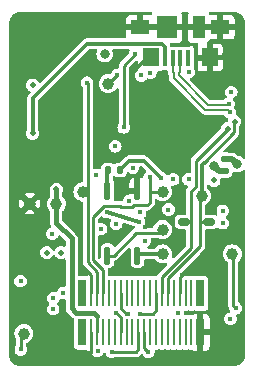
<source format=gbr>
%TF.GenerationSoftware,KiCad,Pcbnew,8.0.4*%
%TF.CreationDate,2024-09-10T15:11:46+03:00*%
%TF.ProjectId,micro17,6d696372-6f31-4372-9e6b-696361645f70,rev?*%
%TF.SameCoordinates,Original*%
%TF.FileFunction,Copper,L4,Bot*%
%TF.FilePolarity,Positive*%
%FSLAX46Y46*%
G04 Gerber Fmt 4.6, Leading zero omitted, Abs format (unit mm)*
G04 Created by KiCad (PCBNEW 8.0.4) date 2024-09-10 15:11:46*
%MOMM*%
%LPD*%
G01*
G04 APERTURE LIST*
G04 Aperture macros list*
%AMRoundRect*
0 Rectangle with rounded corners*
0 $1 Rounding radius*
0 $2 $3 $4 $5 $6 $7 $8 $9 X,Y pos of 4 corners*
0 Add a 4 corners polygon primitive as box body*
4,1,4,$2,$3,$4,$5,$6,$7,$8,$9,$2,$3,0*
0 Add four circle primitives for the rounded corners*
1,1,$1+$1,$2,$3*
1,1,$1+$1,$4,$5*
1,1,$1+$1,$6,$7*
1,1,$1+$1,$8,$9*
0 Add four rect primitives between the rounded corners*
20,1,$1+$1,$2,$3,$4,$5,0*
20,1,$1+$1,$4,$5,$6,$7,0*
20,1,$1+$1,$6,$7,$8,$9,0*
20,1,$1+$1,$8,$9,$2,$3,0*%
G04 Aperture macros list end*
%TA.AperFunction,SMDPad,CuDef*%
%ADD10RoundRect,0.150000X-0.350000X-0.150000X0.350000X-0.150000X0.350000X0.150000X-0.350000X0.150000X0*%
%TD*%
%TA.AperFunction,SMDPad,CuDef*%
%ADD11C,1.000000*%
%TD*%
%TA.AperFunction,SMDPad,CuDef*%
%ADD12RoundRect,0.137500X-0.137500X0.587500X-0.137500X-0.587500X0.137500X-0.587500X0.137500X0.587500X0*%
%TD*%
%TA.AperFunction,SMDPad,CuDef*%
%ADD13R,0.450000X1.380000*%
%TD*%
%TA.AperFunction,SMDPad,CuDef*%
%ADD14R,1.650000X1.300000*%
%TD*%
%TA.AperFunction,SMDPad,CuDef*%
%ADD15R,1.425000X1.550000*%
%TD*%
%TA.AperFunction,SMDPad,CuDef*%
%ADD16R,1.800000X1.900000*%
%TD*%
%TA.AperFunction,SMDPad,CuDef*%
%ADD17R,1.000000X1.900000*%
%TD*%
%TA.AperFunction,SMDPad,CuDef*%
%ADD18R,0.750000X2.300000*%
%TD*%
%TA.AperFunction,SMDPad,CuDef*%
%ADD19R,0.250000X2.300000*%
%TD*%
%TA.AperFunction,SMDPad,CuDef*%
%ADD20RoundRect,0.135000X0.135000X0.185000X-0.135000X0.185000X-0.135000X-0.185000X0.135000X-0.185000X0*%
%TD*%
%TA.AperFunction,SMDPad,CuDef*%
%ADD21RoundRect,0.135000X0.185000X-0.135000X0.185000X0.135000X-0.185000X0.135000X-0.185000X-0.135000X0*%
%TD*%
%TA.AperFunction,ViaPad*%
%ADD22C,0.500000*%
%TD*%
%TA.AperFunction,ViaPad*%
%ADD23C,0.450000*%
%TD*%
%TA.AperFunction,ViaPad*%
%ADD24C,0.800000*%
%TD*%
%TA.AperFunction,Conductor*%
%ADD25C,0.300000*%
%TD*%
%TA.AperFunction,Conductor*%
%ADD26C,0.250000*%
%TD*%
%TA.AperFunction,Conductor*%
%ADD27C,0.500000*%
%TD*%
%TA.AperFunction,Conductor*%
%ADD28C,0.400000*%
%TD*%
%TA.AperFunction,Conductor*%
%ADD29C,0.200000*%
%TD*%
G04 APERTURE END LIST*
D10*
%TO.P,D1,1,K*%
%TO.N,MCU_TX*%
X194820000Y-67800000D03*
%TO.P,D1,2,A*%
%TO.N,MCU_RX*%
X196920000Y-67800000D03*
%TD*%
D11*
%TO.P,TP10,1,1*%
%TO.N,GND*%
X181750000Y-66250000D03*
%TD*%
%TO.P,TP4,1,1*%
%TO.N,Net-(TP4-Pad1)*%
X193000000Y-70500000D03*
%TD*%
%TO.P,TP13,1,1*%
%TO.N,MCU_RX*%
X196300000Y-65600000D03*
%TD*%
%TO.P,TP6,1,1*%
%TO.N,PTT_OUT*%
X193000000Y-65250000D03*
%TD*%
D12*
%TO.P,U3,1*%
%TO.N,Net-(R25-Pad2)*%
X188330000Y-65150000D03*
%TO.P,U3,2*%
%TO.N,GND*%
X190870000Y-65150000D03*
%TO.P,U3,3*%
%TO.N,Net-(TP4-Pad1)*%
X190870000Y-70650000D03*
%TO.P,U3,4*%
%TO.N,Net-(TP3-Pad1)*%
X188330000Y-70650000D03*
%TD*%
D11*
%TO.P,TP11,1,1*%
%TO.N,Net-(U1-VBAT)*%
X188400000Y-56100000D03*
%TD*%
D13*
%TO.P,J4,1,VBUS*%
%TO.N,+5V*%
X193200000Y-53960000D03*
%TO.P,J4,2,D-*%
%TO.N,USB_DN*%
X193850000Y-53960000D03*
%TO.P,J4,3,D+*%
%TO.N,USB_DP*%
X194500000Y-53960000D03*
%TO.P,J4,4,ID*%
%TO.N,unconnected-(J4-ID-Pad4)*%
X195150000Y-53960000D03*
%TO.P,J4,5,GND*%
%TO.N,GND*%
X195800000Y-53960000D03*
D14*
%TO.P,J4,6,Shield*%
X191125000Y-51300000D03*
D15*
X192012500Y-53875000D03*
D16*
X193350000Y-51300000D03*
D17*
X196050000Y-51300000D03*
D15*
X196987500Y-53875000D03*
D14*
X197875000Y-51300000D03*
%TD*%
D11*
%TO.P,TP5,1,1*%
%TO.N,+5VD*%
X184000000Y-66250000D03*
%TD*%
%TO.P,TP8,1,1*%
%TO.N,AUDIO_IN*%
X198900000Y-70500000D03*
%TD*%
%TO.P,TP9,1,1*%
%TO.N,AUDIO_OUT_FILT*%
X181250000Y-77250000D03*
%TD*%
%TO.P,TP7,1,1*%
%TO.N,PTT_IN*%
X186250000Y-65250000D03*
%TD*%
%TO.P,TP3,1,1*%
%TO.N,Net-(TP3-Pad1)*%
X193000000Y-68450000D03*
%TD*%
D18*
%TO.P,J2,1,Pin_1*%
%TO.N,unconnected-(J2-Pin_1-Pad1)*%
X186200000Y-73850000D03*
%TO.P,J2,2,Pin_2*%
%TO.N,unconnected-(J2-Pin_2-Pad2)*%
X186200000Y-77150000D03*
D19*
%TO.P,J2,3,Pin_3*%
%TO.N,GND*%
X186950000Y-73850000D03*
%TO.P,J2,4,Pin_4*%
X186950000Y-77150000D03*
%TO.P,J2,5,Pin_5*%
%TO.N,PTT_IN*%
X187450000Y-73850000D03*
%TO.P,J2,6,Pin_6*%
%TO.N,+5VD*%
X187450000Y-77150000D03*
%TO.P,J2,7,Pin_7*%
%TO.N,PTT_OUT*%
X187950000Y-73850000D03*
%TO.P,J2,8,Pin_8*%
%TO.N,unconnected-(J2-Pin_8-Pad8)*%
X187950000Y-77150000D03*
%TO.P,J2,9,Pin_9*%
%TO.N,unconnected-(J2-Pin_9-Pad9)*%
X188450000Y-73850000D03*
%TO.P,J2,10,Pin_10*%
%TO.N,unconnected-(J2-Pin_10-Pad10)*%
X188450000Y-77150000D03*
%TO.P,J2,11,Pin_11*%
%TO.N,unconnected-(J2-Pin_11-Pad11)*%
X188950000Y-73850000D03*
%TO.P,J2,12,Pin_12*%
%TO.N,unconnected-(J2-Pin_12-Pad12)*%
X188950000Y-77150000D03*
%TO.P,J2,13,Pin_13*%
%TO.N,AUDIO_IN*%
X189450000Y-73850000D03*
%TO.P,J2,14,Pin_14*%
%TO.N,AUDIO_OUT_MUTE*%
X189450000Y-77150000D03*
%TO.P,J2,15,Pin_15*%
%TO.N,unconnected-(J2-Pin_15-Pad15)*%
X189950000Y-73850000D03*
%TO.P,J2,16,Pin_16*%
%TO.N,unconnected-(J2-Pin_16-Pad16)*%
X189950000Y-77150000D03*
%TO.P,J2,17,Pin_17*%
%TO.N,unconnected-(J2-Pin_17-Pad17)*%
X190450000Y-73850000D03*
%TO.P,J2,18,Pin_18*%
%TO.N,unconnected-(J2-Pin_18-Pad18)*%
X190450000Y-77150000D03*
%TO.P,J2,19,Pin_19*%
%TO.N,unconnected-(J2-Pin_19-Pad19)*%
X190950000Y-73850000D03*
%TO.P,J2,20,Pin_20*%
%TO.N,BASEBAND_IN*%
X190950000Y-77150000D03*
%TO.P,J2,21,Pin_21*%
%TO.N,unconnected-(J2-Pin_21-Pad21)*%
X191450000Y-73850000D03*
%TO.P,J2,22,Pin_22*%
%TO.N,AUDIO_OUT_FILT*%
X191450000Y-77150000D03*
%TO.P,J2,23,Pin_23*%
%TO.N,unconnected-(J2-Pin_23-Pad23)*%
X191950000Y-73850000D03*
%TO.P,J2,24,Pin_24*%
%TO.N,unconnected-(J2-Pin_24-Pad24)*%
X191950000Y-77150000D03*
%TO.P,J2,25,Pin_25*%
%TO.N,BASEBAND_OUT_FILT*%
X192450000Y-73850000D03*
%TO.P,J2,26,Pin_26*%
%TO.N,unconnected-(J2-Pin_26-Pad26)*%
X192450000Y-77150000D03*
%TO.P,J2,27,Pin_27*%
%TO.N,MCU_TX*%
X192950000Y-73850000D03*
%TO.P,J2,28,Pin_28*%
%TO.N,unconnected-(J2-Pin_28-Pad28)*%
X192950000Y-77150000D03*
%TO.P,J2,29,Pin_29*%
%TO.N,MCU_RX*%
X193450000Y-73850000D03*
%TO.P,J2,30,Pin_30*%
%TO.N,unconnected-(J2-Pin_30-Pad30)*%
X193450000Y-77150000D03*
%TO.P,J2,31,Pin_31*%
%TO.N,unconnected-(J2-Pin_31-Pad31)*%
X193950000Y-73850000D03*
%TO.P,J2,32,Pin_32*%
%TO.N,unconnected-(J2-Pin_32-Pad32)*%
X193950000Y-77150000D03*
%TO.P,J2,33,Pin_33*%
%TO.N,GND*%
X194450000Y-73850000D03*
%TO.P,J2,34,Pin_34*%
%TO.N,unconnected-(J2-Pin_34-Pad34)*%
X194450000Y-77150000D03*
%TO.P,J2,35,Pin_35*%
%TO.N,unconnected-(J2-Pin_35-Pad35)*%
X194950000Y-73850000D03*
%TO.P,J2,36,Pin_36*%
%TO.N,unconnected-(J2-Pin_36-Pad36)*%
X194950000Y-77150000D03*
%TO.P,J2,37,Pin_37*%
%TO.N,unconnected-(J2-Pin_37-Pad37)*%
X195450000Y-73850000D03*
%TO.P,J2,38,Pin_38*%
%TO.N,unconnected-(J2-Pin_38-Pad38)*%
X195450000Y-77150000D03*
D18*
%TO.P,J2,39,Pin_39*%
%TO.N,unconnected-(J2-Pin_39-Pad39)*%
X196200000Y-73850000D03*
%TO.P,J2,40,Pin_40*%
%TO.N,GND*%
X196200000Y-77150000D03*
%TD*%
D20*
%TO.P,R25,1*%
%TO.N,BASEBAND_BYPASS*%
X189410000Y-63400000D03*
%TO.P,R25,2*%
%TO.N,Net-(R25-Pad2)*%
X188390000Y-63400000D03*
%TD*%
D21*
%TO.P,R30,1*%
%TO.N,USART3_RX*%
X198300000Y-63510000D03*
%TO.P,R30,2*%
%TO.N,Net-(R30-Pad2)*%
X198300000Y-62490000D03*
%TD*%
D22*
%TO.N,GND*%
X185000000Y-51000000D03*
X185000000Y-53000000D03*
D23*
X182400000Y-79720108D03*
D22*
X180600000Y-61000000D03*
D23*
X188500000Y-57700000D03*
D22*
X199400000Y-52072500D03*
X181000000Y-51000000D03*
D23*
X192000000Y-57500000D03*
X197300000Y-72000000D03*
D22*
X180600000Y-63000000D03*
D23*
X194000000Y-61500000D03*
D22*
X181000000Y-55000000D03*
D23*
X186500000Y-79300000D03*
D22*
X180750000Y-70000000D03*
D23*
X199700000Y-58800000D03*
X199750000Y-68000000D03*
X192000000Y-59500000D03*
D22*
X199100000Y-79100000D03*
D23*
X191000000Y-71900000D03*
D22*
X185500000Y-55000000D03*
D23*
X182800000Y-65200000D03*
X199500000Y-66300000D03*
X194000000Y-57300000D03*
D22*
X188600000Y-69400000D03*
X181000000Y-74400000D03*
X180600000Y-59000000D03*
D23*
X197800000Y-78400000D03*
D22*
X180700000Y-68500000D03*
D24*
X184900000Y-60700000D03*
D23*
X196200000Y-78800000D03*
X189750000Y-79750000D03*
X189100000Y-64500000D03*
X186100000Y-68400000D03*
X182960000Y-60300000D03*
X187250000Y-79750000D03*
X196000000Y-59500000D03*
X185600000Y-59500000D03*
X196000000Y-61500000D03*
D22*
X198280000Y-53600000D03*
D23*
X190300000Y-55300000D03*
X191507567Y-68206053D03*
D22*
X197800000Y-65900000D03*
D23*
X192000000Y-61500000D03*
D22*
X183960000Y-61000000D03*
D23*
X199500000Y-76250000D03*
X198800000Y-54600000D03*
D22*
X182400000Y-76000000D03*
X183000000Y-73000000D03*
D23*
X199500000Y-65300000D03*
D22*
X181000000Y-53000000D03*
X182400000Y-70400000D03*
X183000000Y-53000000D03*
D23*
X193250000Y-79500000D03*
D22*
X180600000Y-57000000D03*
X197100000Y-72900000D03*
D23*
X194800000Y-65900000D03*
D22*
X183000000Y-51000000D03*
X180600000Y-65000000D03*
X186500000Y-55000000D03*
D23*
X196250000Y-75750000D03*
%TO.N,+3V3*%
X191200000Y-55400000D03*
X198820000Y-56800000D03*
D22*
X182000000Y-56200000D03*
X197350000Y-64290000D03*
D23*
X183650000Y-68800000D03*
D24*
X188100000Y-53600000D03*
D23*
X183750000Y-74250000D03*
%TO.N,VDDA*%
X195200000Y-64200000D03*
X187400000Y-63800000D03*
X191475000Y-69397760D03*
%TO.N,+5V*%
X198100000Y-66850000D03*
X189067678Y-67967678D03*
X194300000Y-75550000D03*
D22*
X182000000Y-60300000D03*
D23*
%TO.N,Net-(U4B-+)*%
X191000000Y-67800000D03*
X188301409Y-66976409D03*
%TO.N,/MCU/~{RST}*%
X190660000Y-53600000D03*
X189700000Y-59800000D03*
%TO.N,Net-(C16-Pad2)*%
X190200000Y-66000000D03*
X187800000Y-68400000D03*
%TO.N,Net-(U5A-P0A)*%
X183740793Y-75177619D03*
X193501316Y-66750000D03*
%TO.N,Net-(U5B-P1A)*%
X180975000Y-72800000D03*
X198100000Y-67900000D03*
D24*
%TO.N,USART3_RX*%
X197331041Y-63068959D03*
D23*
%TO.N,Net-(U5C-P2W)*%
X187500000Y-78725002D03*
X198750000Y-76000000D03*
%TO.N,I2C_SDA*%
X191974992Y-55147670D03*
D22*
X183200000Y-70400000D03*
D23*
%TO.N,PTT_OUT*%
X191900000Y-64000000D03*
%TO.N,AUDIO_OUT_MUTE*%
X189079841Y-75520159D03*
X193900000Y-64200000D03*
%TO.N,BASEBAND_IN_FILT*%
X189000000Y-61400000D03*
X191100000Y-67000000D03*
%TO.N,BASEBAND_OUT*%
X190500000Y-63200000D03*
X184600000Y-73800000D03*
%TO.N,I2C_SCL*%
X195200000Y-55100000D03*
D22*
X184400000Y-70400000D03*
D23*
%TO.N,AUDIO_OUT_FILT*%
X181000000Y-78597151D03*
X191800000Y-78800000D03*
%TO.N,BASEBAND_IN*%
X188700000Y-78800000D03*
%TO.N,BASEBAND_OUT_FILT*%
X191099724Y-75575719D03*
%TO.N,AUDIO_IN*%
X199200000Y-75100000D03*
X190101511Y-75575826D03*
%TO.N,PTT_IN*%
X186600000Y-56000000D03*
D22*
%TO.N,MCU_TX*%
X198500000Y-59900000D03*
%TO.N,MCU_RX*%
X199100000Y-59300000D03*
D23*
%TO.N,BASEBAND_BYPASS*%
X192906587Y-64093413D03*
D22*
%TO.N,+5VD*%
X184000000Y-65037501D03*
D23*
%TO.N,Net-(U1-VBAT)*%
X189150000Y-55350000D03*
%TO.N,USB_DP*%
X198600000Y-57800000D03*
%TO.N,USB_DN*%
X198700000Y-58500000D03*
D24*
%TO.N,Net-(R30-Pad2)*%
X199300000Y-62900000D03*
%TD*%
D25*
%TO.N,GND*%
X192012500Y-53975000D02*
X191625000Y-53975000D01*
D26*
X194450000Y-72425000D02*
X194875000Y-72000000D01*
X186950000Y-73850000D02*
X186950000Y-72300000D01*
D25*
X191625000Y-53975000D02*
X190300000Y-55300000D01*
D26*
X194875000Y-72000000D02*
X197300000Y-72000000D01*
X186950000Y-78850000D02*
X186950000Y-77150000D01*
X194450000Y-73850000D02*
X194450000Y-72425000D01*
X186500000Y-79300000D02*
X186950000Y-78850000D01*
X186950000Y-72300000D02*
X186750000Y-72100000D01*
D25*
%TO.N,+5V*%
X182000000Y-57300000D02*
X182000000Y-60300000D01*
X192925000Y-52700000D02*
X186600000Y-52700000D01*
X186600000Y-52700000D02*
X182000000Y-57300000D01*
X193200000Y-52975000D02*
X192925000Y-52700000D01*
X193200000Y-54060000D02*
X193200000Y-52975000D01*
%TO.N,Net-(U4B-+)*%
X188301409Y-66976409D02*
X191000000Y-67800000D01*
D26*
%TO.N,/MCU/~{RST}*%
X189700000Y-54577818D02*
X189700000Y-59800000D01*
X190660000Y-53617818D02*
X189700000Y-54577818D01*
X190660000Y-53600000D02*
X190660000Y-53617818D01*
D27*
%TO.N,USART3_RX*%
X197772082Y-63510000D02*
X197331041Y-63068959D01*
X198300000Y-63510000D02*
X197772082Y-63510000D01*
D26*
%TO.N,PTT_OUT*%
X191900000Y-66200000D02*
X191900000Y-65250000D01*
X189371751Y-66426409D02*
X189495342Y-66550000D01*
X191900000Y-65250000D02*
X191900000Y-64000000D01*
X187950000Y-71877208D02*
X187100000Y-71027208D01*
X188073591Y-66426409D02*
X189371751Y-66426409D01*
X187950000Y-73850000D02*
X187950000Y-71877208D01*
X187100000Y-67400000D02*
X188073591Y-66426409D01*
X187100000Y-71027208D02*
X187100000Y-67400000D01*
X190427818Y-66550000D02*
X190577818Y-66400000D01*
X190577818Y-66400000D02*
X191700000Y-66400000D01*
X191700000Y-66400000D02*
X191900000Y-66200000D01*
X193000000Y-65250000D02*
X191900000Y-65250000D01*
X189495342Y-66550000D02*
X190427818Y-66550000D01*
%TO.N,AUDIO_OUT_MUTE*%
X189450000Y-75890318D02*
X189079841Y-75520159D01*
X189450000Y-77150000D02*
X189450000Y-75890318D01*
%TO.N,AUDIO_OUT_FILT*%
X181000000Y-77500000D02*
X181250000Y-77250000D01*
X181000000Y-78597151D02*
X181000000Y-77500000D01*
X191450000Y-78450000D02*
X191800000Y-78800000D01*
X191450000Y-77150000D02*
X191450000Y-78450000D01*
%TO.N,BASEBAND_IN*%
X190725000Y-78800000D02*
X188700000Y-78800000D01*
X190950000Y-77150000D02*
X190950000Y-78575000D01*
X190950000Y-78575000D02*
X190725000Y-78800000D01*
%TO.N,BASEBAND_OUT_FILT*%
X192450000Y-73850000D02*
X192450000Y-75275000D01*
X192450000Y-75275000D02*
X192149281Y-75575719D01*
X192149281Y-75575719D02*
X191099724Y-75575719D01*
%TO.N,AUDIO_IN*%
X199000000Y-74900000D02*
X199000000Y-70600000D01*
X189450000Y-75112500D02*
X189913326Y-75575826D01*
X199200000Y-75100000D02*
X199000000Y-74900000D01*
X199000000Y-70600000D02*
X198900000Y-70500000D01*
X189913326Y-75575826D02*
X190101511Y-75575826D01*
X189450000Y-73850000D02*
X189450000Y-75112500D01*
%TO.N,PTT_IN*%
X186650000Y-71213604D02*
X187450000Y-72013604D01*
X187450000Y-72013604D02*
X187450000Y-73850000D01*
X186600000Y-56000000D02*
X186650000Y-56050000D01*
X186650000Y-56050000D02*
X186650000Y-71213604D01*
%TO.N,MCU_TX*%
X195400000Y-70000000D02*
X192950000Y-72450000D01*
X195400000Y-67800000D02*
X194820000Y-67800000D01*
X198500000Y-59900000D02*
X195800000Y-62600000D01*
X192950000Y-72450000D02*
X192950000Y-73850000D01*
X195400000Y-67800000D02*
X195400000Y-70000000D01*
X195400000Y-65200000D02*
X195400000Y-67800000D01*
X195800000Y-62600000D02*
X195800000Y-64800000D01*
X195800000Y-64800000D02*
X195400000Y-65200000D01*
D25*
%TO.N,MCU_RX*%
X196300000Y-63000000D02*
X196300000Y-65600000D01*
D26*
X196300000Y-65600000D02*
X196200000Y-65700000D01*
X196200000Y-67800000D02*
X196920000Y-67800000D01*
X193450000Y-72586396D02*
X193450000Y-73850000D01*
X196200000Y-69836396D02*
X193450000Y-72586396D01*
X199075000Y-60225000D02*
X199075000Y-59325000D01*
D25*
X196500000Y-62800000D02*
X196300000Y-63000000D01*
D26*
X196200000Y-67800000D02*
X196200000Y-69836396D01*
X199075000Y-59325000D02*
X199100000Y-59300000D01*
X196500000Y-62800000D02*
X199075000Y-60225000D01*
X196200000Y-65700000D02*
X196200000Y-67800000D01*
D25*
%TO.N,Net-(R25-Pad2)*%
X188330000Y-65150000D02*
X188330000Y-63460000D01*
X188330000Y-63460000D02*
X188390000Y-63400000D01*
%TO.N,BASEBAND_BYPASS*%
X192906587Y-64093413D02*
X191438174Y-62625000D01*
X190185000Y-62625000D02*
X189410000Y-63400000D01*
X191438174Y-62625000D02*
X190185000Y-62625000D01*
D28*
%TO.N,+5VD*%
X187225000Y-75500000D02*
X185675000Y-75500000D01*
X184000000Y-67900000D02*
X184000000Y-65037501D01*
X185300000Y-75125000D02*
X185300000Y-69200000D01*
X185675000Y-75500000D02*
X185300000Y-75125000D01*
X187450000Y-75725000D02*
X187225000Y-75500000D01*
X185300000Y-69200000D02*
X184000000Y-67900000D01*
D26*
X187450000Y-77150000D02*
X187450000Y-75725000D01*
%TO.N,Net-(TP3-Pad1)*%
X193000000Y-68500000D02*
X192743947Y-68756053D01*
X192743947Y-68756053D02*
X190743947Y-68756053D01*
X190743947Y-68756053D02*
X188850000Y-70650000D01*
X188850000Y-70650000D02*
X188330000Y-70650000D01*
D25*
%TO.N,Net-(TP4-Pad1)*%
X191020000Y-70500000D02*
X192900000Y-70500000D01*
X190870000Y-70650000D02*
X191020000Y-70500000D01*
X192900000Y-70500000D02*
X193000000Y-70600000D01*
D26*
%TO.N,Net-(U1-VBAT)*%
X189150000Y-55350000D02*
X188400000Y-56100000D01*
D29*
%TO.N,USB_DP*%
X194400000Y-55400000D02*
X196874999Y-57874999D01*
X198525001Y-57874999D02*
X198600000Y-57800000D01*
X194500000Y-55095001D02*
X194400000Y-55195001D01*
X196874999Y-57874999D02*
X198525001Y-57874999D01*
X194500000Y-54060000D02*
X194500000Y-55095001D01*
X194400000Y-55195001D02*
X194400000Y-55400000D01*
%TO.N,USB_DN*%
X193850000Y-55095001D02*
X193950000Y-55195001D01*
X193950000Y-55650000D02*
X196625001Y-58325001D01*
X198525001Y-58325001D02*
X198700000Y-58500000D01*
X193850000Y-54060000D02*
X193850000Y-55095001D01*
X193950000Y-55195001D02*
X193950000Y-55650000D01*
X196625001Y-58325001D02*
X198525001Y-58325001D01*
D27*
%TO.N,Net-(R30-Pad2)*%
X198300000Y-62490000D02*
X198890000Y-62490000D01*
X198890000Y-62490000D02*
X199300000Y-62900000D01*
%TD*%
%TA.AperFunction,Conductor*%
%TO.N,GND*%
G36*
X192065600Y-50020817D02*
G01*
X192105196Y-50075317D01*
X192105196Y-50142683D01*
X192098650Y-50158485D01*
X192082345Y-50190485D01*
X192034711Y-50238120D01*
X191985226Y-50250000D01*
X191375001Y-50250000D01*
X191375000Y-50250001D01*
X191375000Y-51049999D01*
X191375001Y-51050000D01*
X194649998Y-51050000D01*
X194649999Y-51049999D01*
X194649999Y-50318522D01*
X194649998Y-50318516D01*
X194635165Y-50224853D01*
X194635164Y-50224851D01*
X194601349Y-50158484D01*
X194590811Y-50091948D01*
X194621395Y-50031925D01*
X194681418Y-50001342D01*
X194698469Y-50000000D01*
X195101531Y-50000000D01*
X195165600Y-50020817D01*
X195205196Y-50075317D01*
X195205196Y-50142683D01*
X195198651Y-50158484D01*
X195164835Y-50224850D01*
X195164834Y-50224854D01*
X195150000Y-50318517D01*
X195150000Y-51049999D01*
X195150001Y-51050000D01*
X197624999Y-51050000D01*
X197625000Y-51049999D01*
X197625000Y-50250001D01*
X198125000Y-50250001D01*
X198125000Y-51049999D01*
X198125001Y-51050000D01*
X199099998Y-51050000D01*
X199099999Y-51049999D01*
X199099999Y-50618522D01*
X199099998Y-50618516D01*
X199085165Y-50524853D01*
X199027640Y-50411954D01*
X198938045Y-50322359D01*
X198825145Y-50264834D01*
X198731482Y-50250000D01*
X198125001Y-50250000D01*
X198125000Y-50250001D01*
X197625000Y-50250001D01*
X197624999Y-50250000D01*
X197014774Y-50250000D01*
X196950705Y-50229183D01*
X196917655Y-50190485D01*
X196901350Y-50158485D01*
X196890811Y-50091949D01*
X196921394Y-50031926D01*
X196981417Y-50001342D01*
X196998469Y-50000000D01*
X198975165Y-50000000D01*
X198975829Y-50000002D01*
X198976531Y-50000006D01*
X198999418Y-50000146D01*
X199000525Y-50000159D01*
X199024479Y-50000599D01*
X199024500Y-50000600D01*
X199046812Y-50001147D01*
X199051434Y-50001359D01*
X199093355Y-50004191D01*
X199102646Y-50005222D01*
X199144141Y-50011636D01*
X199148714Y-50012444D01*
X199192022Y-50021059D01*
X199197191Y-50022219D01*
X199284397Y-50044063D01*
X199294633Y-50047168D01*
X199376725Y-50076542D01*
X199386585Y-50080626D01*
X199465425Y-50117914D01*
X199474850Y-50122953D01*
X199549641Y-50167781D01*
X199558535Y-50173723D01*
X199628569Y-50225663D01*
X199636825Y-50232439D01*
X199701453Y-50291014D01*
X199708985Y-50298546D01*
X199767558Y-50363171D01*
X199774336Y-50371430D01*
X199826276Y-50441463D01*
X199832217Y-50450355D01*
X199877050Y-50525154D01*
X199882086Y-50534575D01*
X199919370Y-50613407D01*
X199923463Y-50623289D01*
X199952830Y-50705365D01*
X199955936Y-50715602D01*
X199977777Y-50802798D01*
X199978949Y-50808017D01*
X199987549Y-50851252D01*
X199988363Y-50855863D01*
X199994776Y-50897343D01*
X199995808Y-50906648D01*
X199998639Y-50948543D01*
X199998854Y-50953226D01*
X199999388Y-50975054D01*
X199999403Y-50975715D01*
X199999838Y-50999361D01*
X199999854Y-51000697D01*
X199999998Y-51024166D01*
X200000000Y-51024835D01*
X200000000Y-62342099D01*
X199979183Y-62406168D01*
X199924683Y-62445764D01*
X199857317Y-62445764D01*
X199818720Y-62423687D01*
X199722829Y-62338736D01*
X199700852Y-62319266D01*
X199700850Y-62319265D01*
X199700849Y-62319264D01*
X199550226Y-62240210D01*
X199405228Y-62204472D01*
X199354240Y-62175715D01*
X199228015Y-62049490D01*
X199228012Y-62049488D01*
X199102484Y-61977015D01*
X199059951Y-61965619D01*
X198962476Y-61939500D01*
X198962475Y-61939500D01*
X198634670Y-61939500D01*
X198598670Y-61933383D01*
X198566879Y-61922259D01*
X198566877Y-61922258D01*
X198537458Y-61919500D01*
X198245396Y-61919500D01*
X198181327Y-61898683D01*
X198141731Y-61844183D01*
X198141731Y-61776817D01*
X198168319Y-61733427D01*
X199415485Y-60486263D01*
X199471503Y-60389237D01*
X199500500Y-60281018D01*
X199500500Y-60168982D01*
X199500500Y-59719352D01*
X199521317Y-59655283D01*
X199522989Y-59653043D01*
X199580861Y-59577625D01*
X199636330Y-59443709D01*
X199648466Y-59351534D01*
X199655250Y-59300002D01*
X199655250Y-59299997D01*
X199636331Y-59156295D01*
X199636329Y-59156288D01*
X199580860Y-59022373D01*
X199492625Y-58907384D01*
X199492624Y-58907383D01*
X199492621Y-58907379D01*
X199492616Y-58907375D01*
X199492615Y-58907374D01*
X199377627Y-58819140D01*
X199272604Y-58775638D01*
X199221379Y-58731887D01*
X199205653Y-58666383D01*
X199210955Y-58644305D01*
X199210125Y-58644083D01*
X199211975Y-58637178D01*
X199230035Y-58500002D01*
X199230035Y-58499997D01*
X199211975Y-58362821D01*
X199211973Y-58362814D01*
X199159024Y-58234983D01*
X199086669Y-58140689D01*
X199064182Y-58077189D01*
X199072442Y-58032623D01*
X199111973Y-57937185D01*
X199111975Y-57937178D01*
X199130035Y-57800002D01*
X199130035Y-57799997D01*
X199111975Y-57662821D01*
X199111973Y-57662814D01*
X199059023Y-57534981D01*
X198991088Y-57446447D01*
X198968600Y-57382946D01*
X198987733Y-57318354D01*
X199035852Y-57279389D01*
X199054118Y-57271823D01*
X199085018Y-57259024D01*
X199194791Y-57174791D01*
X199279024Y-57065018D01*
X199331974Y-56937183D01*
X199346640Y-56825791D01*
X199350035Y-56800002D01*
X199350035Y-56799997D01*
X199331975Y-56662821D01*
X199331973Y-56662814D01*
X199279023Y-56534981D01*
X199194795Y-56425214D01*
X199194794Y-56425213D01*
X199194791Y-56425209D01*
X199194786Y-56425205D01*
X199194785Y-56425204D01*
X199085018Y-56340976D01*
X199085014Y-56340974D01*
X198957185Y-56288026D01*
X198957178Y-56288024D01*
X198820003Y-56269965D01*
X198819997Y-56269965D01*
X198682821Y-56288024D01*
X198682814Y-56288026D01*
X198554981Y-56340976D01*
X198445214Y-56425204D01*
X198445204Y-56425214D01*
X198360976Y-56534981D01*
X198308026Y-56662814D01*
X198308024Y-56662821D01*
X198289965Y-56799997D01*
X198289965Y-56800002D01*
X198308024Y-56937178D01*
X198308026Y-56937185D01*
X198360974Y-57065014D01*
X198360976Y-57065018D01*
X198428911Y-57153552D01*
X198451399Y-57217054D01*
X198432266Y-57281645D01*
X198384150Y-57320609D01*
X198334982Y-57340975D01*
X198225214Y-57425204D01*
X198225209Y-57425209D01*
X198220108Y-57431855D01*
X198164593Y-57470010D01*
X198133635Y-57474499D01*
X197086042Y-57474499D01*
X197021973Y-57453682D01*
X197008967Y-57442574D01*
X195340233Y-55773840D01*
X195309650Y-55713816D01*
X195320188Y-55647280D01*
X195367823Y-55599645D01*
X195375560Y-55596077D01*
X195465018Y-55559024D01*
X195574791Y-55474791D01*
X195659024Y-55365018D01*
X195711974Y-55237183D01*
X195714274Y-55219718D01*
X195730035Y-55100002D01*
X195730035Y-55099997D01*
X195711975Y-54962821D01*
X195711973Y-54962814D01*
X195660284Y-54838026D01*
X195659024Y-54834983D01*
X195659023Y-54834982D01*
X195658856Y-54834578D01*
X195653571Y-54767420D01*
X195659846Y-54748840D01*
X195672585Y-54719991D01*
X195675500Y-54694865D01*
X195675500Y-54185001D01*
X196025000Y-54185001D01*
X196025000Y-55049998D01*
X196025001Y-55049999D01*
X196056480Y-55049999D01*
X196056481Y-55049998D01*
X196132947Y-55037888D01*
X196167050Y-55037888D01*
X196243519Y-55049999D01*
X196737498Y-55049999D01*
X196737500Y-55049998D01*
X196737500Y-54125001D01*
X197237500Y-54125001D01*
X197237500Y-55049998D01*
X197237501Y-55049999D01*
X197731478Y-55049999D01*
X197731483Y-55049998D01*
X197825146Y-55035165D01*
X197938045Y-54977640D01*
X198027640Y-54888045D01*
X198085165Y-54775146D01*
X198085165Y-54775145D01*
X198099999Y-54681482D01*
X198100000Y-54681480D01*
X198100000Y-54125001D01*
X198099999Y-54125000D01*
X197237501Y-54125000D01*
X197237500Y-54125001D01*
X196737500Y-54125001D01*
X196737499Y-54125000D01*
X196468001Y-54125000D01*
X196439926Y-54153075D01*
X196379902Y-54183658D01*
X196362851Y-54185000D01*
X196025001Y-54185000D01*
X196025000Y-54185001D01*
X195675500Y-54185001D01*
X195675499Y-53225136D01*
X195672585Y-53200009D01*
X195627206Y-53097235D01*
X195606925Y-53076954D01*
X195576342Y-53016930D01*
X195575000Y-52999879D01*
X195575000Y-52870000D01*
X195543523Y-52870000D01*
X195543514Y-52870001D01*
X195449853Y-52884834D01*
X195336953Y-52942360D01*
X195330014Y-52947402D01*
X195327975Y-52944595D01*
X195281673Y-52968165D01*
X195264664Y-52969500D01*
X194880141Y-52969500D01*
X194880120Y-52969502D01*
X194855009Y-52972414D01*
X194853610Y-52972795D01*
X194851726Y-52972794D01*
X194846863Y-52973359D01*
X194846797Y-52972794D01*
X194803198Y-52972794D01*
X194803133Y-52973360D01*
X194798255Y-52972794D01*
X194796384Y-52972794D01*
X194794992Y-52972415D01*
X194782428Y-52970957D01*
X194769865Y-52969500D01*
X194769864Y-52969500D01*
X194230141Y-52969500D01*
X194230120Y-52969502D01*
X194205009Y-52972414D01*
X194203610Y-52972795D01*
X194201726Y-52972794D01*
X194196863Y-52973359D01*
X194196797Y-52972794D01*
X194153198Y-52972794D01*
X194153133Y-52973360D01*
X194148255Y-52972794D01*
X194146384Y-52972794D01*
X194144992Y-52972415D01*
X194119865Y-52969500D01*
X193748557Y-52969500D01*
X193684488Y-52948683D01*
X193644892Y-52894183D01*
X193643271Y-52888712D01*
X193623513Y-52814975D01*
X193623513Y-52814974D01*
X193616085Y-52787252D01*
X193621061Y-52785918D01*
X193612996Y-52747123D01*
X193640670Y-52685704D01*
X193699160Y-52652281D01*
X193721347Y-52649999D01*
X194281478Y-52649999D01*
X194281483Y-52649998D01*
X194375146Y-52635165D01*
X194488045Y-52577640D01*
X194577640Y-52488045D01*
X194635165Y-52375146D01*
X194635165Y-52375145D01*
X194649999Y-52281482D01*
X194650000Y-52281480D01*
X194650000Y-51550001D01*
X195150001Y-51550001D01*
X195150001Y-52281483D01*
X195164834Y-52375146D01*
X195222359Y-52488045D01*
X195311954Y-52577640D01*
X195424854Y-52635165D01*
X195518518Y-52649999D01*
X195896164Y-52649999D01*
X195960232Y-52670816D01*
X195999829Y-52725316D01*
X195999829Y-52792682D01*
X195980896Y-52823576D01*
X196005351Y-52882616D01*
X196019665Y-52902317D01*
X196025000Y-52936000D01*
X196025000Y-53624999D01*
X196025001Y-53625000D01*
X196737499Y-53625000D01*
X196737500Y-53624999D01*
X196737500Y-52700001D01*
X197237500Y-52700001D01*
X197237500Y-53624999D01*
X197237501Y-53625000D01*
X198099998Y-53625000D01*
X198099999Y-53624999D01*
X198099999Y-53068522D01*
X198099998Y-53068516D01*
X198085165Y-52974853D01*
X198027640Y-52861954D01*
X197938045Y-52772359D01*
X197825145Y-52714834D01*
X197731482Y-52700000D01*
X197237501Y-52700000D01*
X197237500Y-52700001D01*
X196737500Y-52700001D01*
X196737500Y-52669902D01*
X196758317Y-52605833D01*
X196782436Y-52581716D01*
X196788043Y-52577642D01*
X196877641Y-52488044D01*
X196917653Y-52409515D01*
X196965287Y-52361880D01*
X197014773Y-52349999D01*
X197624999Y-52349999D01*
X197625000Y-52349998D01*
X197625000Y-51550001D01*
X198125000Y-51550001D01*
X198125000Y-52349998D01*
X198125001Y-52349999D01*
X198731478Y-52349999D01*
X198731483Y-52349998D01*
X198825146Y-52335165D01*
X198938045Y-52277640D01*
X199027640Y-52188045D01*
X199085165Y-52075146D01*
X199085165Y-52075145D01*
X199099999Y-51981482D01*
X199100000Y-51981480D01*
X199100000Y-51550001D01*
X199099999Y-51550000D01*
X198125001Y-51550000D01*
X198125000Y-51550001D01*
X197625000Y-51550001D01*
X197624999Y-51550000D01*
X195150002Y-51550000D01*
X195150001Y-51550001D01*
X194650000Y-51550001D01*
X194649999Y-51550000D01*
X189900002Y-51550000D01*
X189900001Y-51550001D01*
X189900001Y-51981483D01*
X189914834Y-52075146D01*
X189914836Y-52075151D01*
X189922920Y-52091017D01*
X189933458Y-52157553D01*
X189902873Y-52217576D01*
X189842850Y-52248158D01*
X189825800Y-52249500D01*
X186540687Y-52249500D01*
X186426117Y-52280199D01*
X186423895Y-52281482D01*
X186382696Y-52305268D01*
X186382694Y-52305268D01*
X186323387Y-52339510D01*
X182672264Y-55990632D01*
X182612240Y-56021215D01*
X182545704Y-56010677D01*
X182498069Y-55963042D01*
X182494486Y-55955269D01*
X182480860Y-55922373D01*
X182392625Y-55807384D01*
X182392624Y-55807383D01*
X182392621Y-55807379D01*
X182392616Y-55807375D01*
X182392615Y-55807374D01*
X182277626Y-55719139D01*
X182143711Y-55663670D01*
X182143704Y-55663668D01*
X182000003Y-55644750D01*
X181999997Y-55644750D01*
X181856295Y-55663668D01*
X181856288Y-55663670D01*
X181722373Y-55719139D01*
X181607384Y-55807374D01*
X181607374Y-55807384D01*
X181519139Y-55922373D01*
X181463670Y-56056288D01*
X181463668Y-56056295D01*
X181444750Y-56199997D01*
X181444750Y-56200002D01*
X181463668Y-56343704D01*
X181463670Y-56343710D01*
X181519139Y-56477626D01*
X181600660Y-56583865D01*
X181607379Y-56592621D01*
X181607383Y-56592624D01*
X181607384Y-56592625D01*
X181722373Y-56680860D01*
X181755269Y-56694486D01*
X181806494Y-56738236D01*
X181822221Y-56803740D01*
X181796442Y-56865978D01*
X181790632Y-56872263D01*
X181639513Y-57023383D01*
X181639511Y-57023386D01*
X181580201Y-57126110D01*
X181580202Y-57126110D01*
X181580201Y-57126115D01*
X181549500Y-57240689D01*
X181549500Y-59945807D01*
X181528683Y-60009876D01*
X181526977Y-60012160D01*
X181519139Y-60022374D01*
X181463670Y-60156288D01*
X181463668Y-60156295D01*
X181444750Y-60299997D01*
X181444750Y-60300002D01*
X181463668Y-60443704D01*
X181463670Y-60443711D01*
X181519139Y-60577626D01*
X181607374Y-60692615D01*
X181607379Y-60692621D01*
X181607383Y-60692624D01*
X181607384Y-60692625D01*
X181722373Y-60780860D01*
X181856288Y-60836329D01*
X181856295Y-60836331D01*
X181999997Y-60855250D01*
X182000000Y-60855250D01*
X182000003Y-60855250D01*
X182143704Y-60836331D01*
X182143706Y-60836330D01*
X182143709Y-60836330D01*
X182277625Y-60780861D01*
X182392621Y-60692621D01*
X182480861Y-60577625D01*
X182536330Y-60443709D01*
X182553674Y-60311975D01*
X182555250Y-60300002D01*
X182555250Y-60299997D01*
X182536331Y-60156295D01*
X182536329Y-60156288D01*
X182498522Y-60065014D01*
X182480861Y-60022375D01*
X182473023Y-60012160D01*
X182450537Y-59948657D01*
X182450500Y-59945807D01*
X182450500Y-57531753D01*
X182471317Y-57467684D01*
X182482425Y-57454678D01*
X186754678Y-53182425D01*
X186814702Y-53151842D01*
X186831753Y-53150500D01*
X187363373Y-53150500D01*
X187427442Y-53171317D01*
X187467038Y-53225817D01*
X187467038Y-53293183D01*
X187465290Y-53298151D01*
X187414859Y-53431128D01*
X187414858Y-53431131D01*
X187394355Y-53599997D01*
X187394355Y-53600002D01*
X187414858Y-53768868D01*
X187414859Y-53768871D01*
X187475180Y-53927927D01*
X187475184Y-53927934D01*
X187571815Y-54067927D01*
X187571816Y-54067928D01*
X187571817Y-54067929D01*
X187699148Y-54180734D01*
X187849775Y-54259790D01*
X188014944Y-54300500D01*
X188014945Y-54300500D01*
X188185055Y-54300500D01*
X188185056Y-54300500D01*
X188350225Y-54259790D01*
X188500852Y-54180734D01*
X188628183Y-54067929D01*
X188724818Y-53927930D01*
X188785140Y-53768872D01*
X188785140Y-53768870D01*
X188785141Y-53768868D01*
X188805645Y-53600002D01*
X188805645Y-53599997D01*
X188785141Y-53431131D01*
X188785140Y-53431128D01*
X188734710Y-53298151D01*
X188731456Y-53230864D01*
X188768373Y-53174515D01*
X188831362Y-53150627D01*
X188836627Y-53150500D01*
X190121504Y-53150500D01*
X190185573Y-53171317D01*
X190225169Y-53225817D01*
X190225169Y-53293183D01*
X190207981Y-53325854D01*
X190200975Y-53334984D01*
X190148026Y-53462814D01*
X190148025Y-53462820D01*
X190142965Y-53501250D01*
X190113962Y-53562052D01*
X190111973Y-53564095D01*
X189438737Y-54237333D01*
X189438736Y-54237332D01*
X189359514Y-54316554D01*
X189303496Y-54413581D01*
X189274500Y-54521800D01*
X189274500Y-54712065D01*
X189253683Y-54776134D01*
X189199183Y-54815730D01*
X189157144Y-54819593D01*
X189157144Y-54819965D01*
X189153102Y-54819965D01*
X189151275Y-54820132D01*
X189150000Y-54819965D01*
X189149998Y-54819965D01*
X189149997Y-54819965D01*
X189012821Y-54838024D01*
X189012814Y-54838026D01*
X188884981Y-54890976D01*
X188775214Y-54975204D01*
X188775204Y-54975214D01*
X188690976Y-55084981D01*
X188638024Y-55212819D01*
X188637920Y-55213614D01*
X188637672Y-55214131D01*
X188636176Y-55219718D01*
X188635140Y-55219440D01*
X188608911Y-55274414D01*
X188549706Y-55306552D01*
X188517651Y-55307690D01*
X188400000Y-55294435D01*
X188220742Y-55314632D01*
X188220737Y-55314633D01*
X188050483Y-55374208D01*
X188050480Y-55374209D01*
X187897739Y-55470183D01*
X187770183Y-55597739D01*
X187674209Y-55750480D01*
X187674208Y-55750483D01*
X187614633Y-55920737D01*
X187614632Y-55920742D01*
X187594435Y-56100000D01*
X187614632Y-56279257D01*
X187614633Y-56279262D01*
X187674208Y-56449516D01*
X187674209Y-56449519D01*
X187674211Y-56449522D01*
X187770184Y-56602262D01*
X187897738Y-56729816D01*
X188050478Y-56825789D01*
X188050480Y-56825790D01*
X188050483Y-56825791D01*
X188220737Y-56885366D01*
X188220742Y-56885367D01*
X188220745Y-56885368D01*
X188400000Y-56905565D01*
X188579255Y-56885368D01*
X188579259Y-56885366D01*
X188579262Y-56885366D01*
X188749516Y-56825791D01*
X188749519Y-56825790D01*
X188749518Y-56825790D01*
X188749522Y-56825789D01*
X188902262Y-56729816D01*
X189029816Y-56602262D01*
X189072090Y-56534983D01*
X189073207Y-56533206D01*
X189124920Y-56490032D01*
X189192133Y-56485501D01*
X189249173Y-56521341D01*
X189274253Y-56583865D01*
X189274500Y-56591197D01*
X189274500Y-59454293D01*
X189253683Y-59518362D01*
X189251977Y-59520646D01*
X189240976Y-59534983D01*
X189188026Y-59662814D01*
X189188024Y-59662821D01*
X189169965Y-59799997D01*
X189169965Y-59800002D01*
X189188024Y-59937178D01*
X189188026Y-59937185D01*
X189240974Y-60065014D01*
X189240976Y-60065018D01*
X189320751Y-60168982D01*
X189325209Y-60174791D01*
X189434982Y-60259024D01*
X189488079Y-60281017D01*
X189562814Y-60311973D01*
X189562821Y-60311975D01*
X189699997Y-60330035D01*
X189700000Y-60330035D01*
X189700003Y-60330035D01*
X189837178Y-60311975D01*
X189837180Y-60311974D01*
X189837183Y-60311974D01*
X189965018Y-60259024D01*
X190074791Y-60174791D01*
X190159024Y-60065018D01*
X190211974Y-59937183D01*
X190223920Y-59846452D01*
X190230035Y-59800002D01*
X190230035Y-59799997D01*
X190211975Y-59662821D01*
X190211973Y-59662814D01*
X190201634Y-59637854D01*
X190159024Y-59534983D01*
X190148022Y-59520645D01*
X190125537Y-59457144D01*
X190125500Y-59454293D01*
X190125500Y-54799215D01*
X190146317Y-54735146D01*
X190157419Y-54722146D01*
X190713927Y-54165637D01*
X190773949Y-54135056D01*
X190840485Y-54145594D01*
X190888120Y-54193229D01*
X190900000Y-54242714D01*
X190900000Y-54681477D01*
X190900001Y-54681483D01*
X190914834Y-54775146D01*
X190914835Y-54775148D01*
X190940086Y-54824707D01*
X190950624Y-54891244D01*
X190920040Y-54951267D01*
X190909322Y-54960666D01*
X190825211Y-55025207D01*
X190825204Y-55025214D01*
X190740976Y-55134981D01*
X190688026Y-55262814D01*
X190688024Y-55262821D01*
X190669965Y-55399997D01*
X190669965Y-55400002D01*
X190688024Y-55537178D01*
X190688026Y-55537185D01*
X190740974Y-55665014D01*
X190740976Y-55665018D01*
X190806556Y-55750483D01*
X190825209Y-55774791D01*
X190934982Y-55859024D01*
X190959458Y-55869162D01*
X191062814Y-55911973D01*
X191062821Y-55911975D01*
X191199997Y-55930035D01*
X191200000Y-55930035D01*
X191200003Y-55930035D01*
X191337178Y-55911975D01*
X191337180Y-55911974D01*
X191337183Y-55911974D01*
X191465018Y-55859024D01*
X191574791Y-55774791D01*
X191654356Y-55671100D01*
X191709874Y-55632945D01*
X191777216Y-55634708D01*
X191782542Y-55636753D01*
X191837803Y-55659642D01*
X191837807Y-55659643D01*
X191837809Y-55659644D01*
X191837810Y-55659644D01*
X191837813Y-55659645D01*
X191974989Y-55677705D01*
X191974992Y-55677705D01*
X191974995Y-55677705D01*
X192112170Y-55659645D01*
X192112172Y-55659644D01*
X192112175Y-55659644D01*
X192240010Y-55606694D01*
X192349783Y-55522461D01*
X192434016Y-55412688D01*
X192486966Y-55284853D01*
X192488341Y-55274414D01*
X192505409Y-55144771D01*
X192534410Y-55083968D01*
X192593613Y-55051824D01*
X192613476Y-55049999D01*
X192756478Y-55049999D01*
X192756483Y-55049998D01*
X192850146Y-55035165D01*
X192963048Y-54977638D01*
X192969987Y-54972598D01*
X192972029Y-54975409D01*
X193018286Y-54951841D01*
X193035326Y-54950499D01*
X193340500Y-54950499D01*
X193404569Y-54971316D01*
X193444165Y-55025816D01*
X193449500Y-55059499D01*
X193449500Y-55147727D01*
X193476793Y-55249589D01*
X193476792Y-55249589D01*
X193533092Y-55347100D01*
X193530807Y-55348419D01*
X193549463Y-55401098D01*
X193549500Y-55403952D01*
X193549500Y-55597273D01*
X193549500Y-55702727D01*
X193568809Y-55774791D01*
X193576793Y-55804588D01*
X193576792Y-55804588D01*
X193614075Y-55869162D01*
X193629520Y-55895913D01*
X196304519Y-58570911D01*
X196304521Y-58570914D01*
X196379088Y-58645481D01*
X196470414Y-58698208D01*
X196470413Y-58698208D01*
X196507697Y-58708198D01*
X196572274Y-58725502D01*
X196572276Y-58725502D01*
X196684404Y-58725502D01*
X196684420Y-58725501D01*
X198156901Y-58725501D01*
X198220970Y-58746318D01*
X198243373Y-58768142D01*
X198325209Y-58874791D01*
X198434982Y-58959024D01*
X198477939Y-58976817D01*
X198513865Y-58991698D01*
X198565090Y-59035448D01*
X198580817Y-59100952D01*
X198572856Y-59134113D01*
X198563670Y-59156288D01*
X198563668Y-59156296D01*
X198550460Y-59256621D01*
X198521458Y-59317424D01*
X198462256Y-59349568D01*
X198456621Y-59350460D01*
X198356296Y-59363668D01*
X198356288Y-59363670D01*
X198222373Y-59419139D01*
X198107384Y-59507374D01*
X198107374Y-59507384D01*
X198019139Y-59622373D01*
X197963670Y-59756288D01*
X197963669Y-59756294D01*
X197956628Y-59809769D01*
X197927625Y-59870571D01*
X197925636Y-59872614D01*
X195538737Y-62259515D01*
X195538736Y-62259514D01*
X195459514Y-62338736D01*
X195403496Y-62435763D01*
X195374500Y-62543982D01*
X195374500Y-63568647D01*
X195353683Y-63632716D01*
X195299183Y-63672312D01*
X195251274Y-63676715D01*
X195216746Y-63672169D01*
X195200000Y-63669965D01*
X195199999Y-63669965D01*
X195199998Y-63669965D01*
X195199997Y-63669965D01*
X195062821Y-63688024D01*
X195062814Y-63688026D01*
X194934981Y-63740976D01*
X194825214Y-63825204D01*
X194825204Y-63825214D01*
X194740976Y-63934981D01*
X194688026Y-64062814D01*
X194688024Y-64062821D01*
X194669965Y-64199997D01*
X194669965Y-64200002D01*
X194688024Y-64337178D01*
X194688026Y-64337185D01*
X194740974Y-64465014D01*
X194740976Y-64465018D01*
X194786395Y-64524209D01*
X194825209Y-64574791D01*
X194934982Y-64659024D01*
X194956073Y-64667760D01*
X195069417Y-64714708D01*
X195068146Y-64717776D01*
X195113175Y-64747003D01*
X195137331Y-64809889D01*
X195119911Y-64874963D01*
X195105558Y-64892692D01*
X195059515Y-64938736D01*
X195003496Y-65035763D01*
X194974500Y-65143982D01*
X194974500Y-67090500D01*
X194953683Y-67154569D01*
X194899183Y-67194165D01*
X194865500Y-67199500D01*
X194415733Y-67199500D01*
X194385303Y-67202353D01*
X194385299Y-67202354D01*
X194257117Y-67247207D01*
X194257112Y-67247210D01*
X194147853Y-67327846D01*
X194147846Y-67327853D01*
X194067210Y-67437112D01*
X194067207Y-67437117D01*
X194022354Y-67565299D01*
X194022353Y-67565303D01*
X194019500Y-67595732D01*
X194019500Y-68004267D01*
X194022353Y-68034696D01*
X194022354Y-68034700D01*
X194067207Y-68162882D01*
X194067210Y-68162887D01*
X194147846Y-68272146D01*
X194147853Y-68272153D01*
X194257112Y-68352789D01*
X194257115Y-68352790D01*
X194257118Y-68352793D01*
X194385301Y-68397646D01*
X194405589Y-68399548D01*
X194415733Y-68400500D01*
X194415734Y-68400500D01*
X194865500Y-68400500D01*
X194929569Y-68421317D01*
X194969165Y-68475817D01*
X194974500Y-68509500D01*
X194974500Y-69778601D01*
X194953683Y-69842670D01*
X194942575Y-69855676D01*
X193943475Y-70854775D01*
X193883451Y-70885358D01*
X193816915Y-70874820D01*
X193769280Y-70827185D01*
X193758742Y-70760649D01*
X193763513Y-70741710D01*
X193785368Y-70679255D01*
X193805565Y-70500000D01*
X193785368Y-70320745D01*
X193785367Y-70320742D01*
X193785366Y-70320737D01*
X193725791Y-70150483D01*
X193725790Y-70150480D01*
X193725789Y-70150478D01*
X193629816Y-69997738D01*
X193502262Y-69870184D01*
X193349522Y-69774211D01*
X193349519Y-69774209D01*
X193349516Y-69774208D01*
X193179262Y-69714633D01*
X193179257Y-69714632D01*
X193000000Y-69694435D01*
X192820742Y-69714632D01*
X192820737Y-69714633D01*
X192650483Y-69774208D01*
X192650480Y-69774209D01*
X192497739Y-69870183D01*
X192370183Y-69997739D01*
X192369710Y-69998493D01*
X192369326Y-69998813D01*
X192366369Y-70002522D01*
X192365609Y-70001916D01*
X192317996Y-70041665D01*
X192277418Y-70049500D01*
X191809968Y-70049500D01*
X191745899Y-70028683D01*
X191706303Y-69974183D01*
X191706303Y-69906817D01*
X191743612Y-69854025D01*
X191849791Y-69772551D01*
X191934024Y-69662778D01*
X191986974Y-69534943D01*
X192005035Y-69397760D01*
X191992794Y-69304781D01*
X192005070Y-69238543D01*
X192053935Y-69192171D01*
X192100861Y-69181553D01*
X192648431Y-69181553D01*
X192684432Y-69187670D01*
X192820745Y-69235368D01*
X193000000Y-69255565D01*
X193179255Y-69235368D01*
X193179259Y-69235366D01*
X193179262Y-69235366D01*
X193349516Y-69175791D01*
X193349519Y-69175790D01*
X193349518Y-69175790D01*
X193349522Y-69175789D01*
X193502262Y-69079816D01*
X193629816Y-68952262D01*
X193725789Y-68799522D01*
X193772854Y-68665018D01*
X193785366Y-68629262D01*
X193785367Y-68629257D01*
X193785368Y-68629255D01*
X193805565Y-68450000D01*
X193785368Y-68270745D01*
X193785367Y-68270742D01*
X193785366Y-68270737D01*
X193725791Y-68100483D01*
X193725790Y-68100480D01*
X193686015Y-68037178D01*
X193629816Y-67947738D01*
X193502262Y-67820184D01*
X193349522Y-67724211D01*
X193349519Y-67724209D01*
X193349516Y-67724208D01*
X193179262Y-67664633D01*
X193179257Y-67664632D01*
X193000000Y-67644435D01*
X192820742Y-67664632D01*
X192820737Y-67664633D01*
X192650483Y-67724208D01*
X192650480Y-67724209D01*
X192497739Y-67820183D01*
X192370183Y-67947739D01*
X192274209Y-68100480D01*
X192274208Y-68100483D01*
X192219248Y-68257553D01*
X192178439Y-68311151D01*
X192116365Y-68330553D01*
X191476301Y-68330553D01*
X191412232Y-68309736D01*
X191372636Y-68255236D01*
X191372636Y-68187870D01*
X191389826Y-68155198D01*
X191428451Y-68104861D01*
X191459024Y-68065018D01*
X191511974Y-67937183D01*
X191516870Y-67900000D01*
X191530035Y-67800002D01*
X191530035Y-67799997D01*
X191511975Y-67662821D01*
X191511973Y-67662814D01*
X191471273Y-67564554D01*
X191459024Y-67534983D01*
X191459023Y-67534982D01*
X191459023Y-67534981D01*
X191453856Y-67528247D01*
X191431367Y-67464746D01*
X191450499Y-67400154D01*
X191469758Y-67379861D01*
X191469739Y-67379842D01*
X191470481Y-67379099D01*
X191473980Y-67375413D01*
X191474791Y-67374791D01*
X191559024Y-67265018D01*
X191611974Y-67137183D01*
X191613606Y-67124791D01*
X191630035Y-67000002D01*
X191630035Y-66999997D01*
X191623285Y-66948728D01*
X191635561Y-66882490D01*
X191684426Y-66836118D01*
X191731352Y-66825500D01*
X191756018Y-66825500D01*
X191864237Y-66796503D01*
X191944788Y-66749997D01*
X192971281Y-66749997D01*
X192971281Y-66750002D01*
X192989340Y-66887178D01*
X192989342Y-66887185D01*
X193042290Y-67015014D01*
X193042292Y-67015018D01*
X193119025Y-67115018D01*
X193126525Y-67124791D01*
X193126529Y-67124794D01*
X193126530Y-67124795D01*
X193165332Y-67154569D01*
X193236298Y-67209024D01*
X193300215Y-67235499D01*
X193364130Y-67261973D01*
X193364137Y-67261975D01*
X193501313Y-67280035D01*
X193501316Y-67280035D01*
X193501319Y-67280035D01*
X193638494Y-67261975D01*
X193638496Y-67261974D01*
X193638499Y-67261974D01*
X193766334Y-67209024D01*
X193876107Y-67124791D01*
X193960340Y-67015018D01*
X194013290Y-66887183D01*
X194014115Y-66880923D01*
X194031351Y-66750002D01*
X194031351Y-66749997D01*
X194013291Y-66612821D01*
X194013289Y-66612814D01*
X193960339Y-66484981D01*
X193876111Y-66375214D01*
X193876110Y-66375213D01*
X193876107Y-66375209D01*
X193876102Y-66375205D01*
X193876101Y-66375204D01*
X193766334Y-66290976D01*
X193766330Y-66290974D01*
X193638501Y-66238026D01*
X193638494Y-66238024D01*
X193501319Y-66219965D01*
X193501313Y-66219965D01*
X193364137Y-66238024D01*
X193364130Y-66238026D01*
X193236297Y-66290976D01*
X193126530Y-66375204D01*
X193126520Y-66375214D01*
X193042292Y-66484981D01*
X192989342Y-66612814D01*
X192989340Y-66612821D01*
X192971281Y-66749997D01*
X191944788Y-66749997D01*
X191961263Y-66740485D01*
X192240485Y-66461263D01*
X192296503Y-66364237D01*
X192325500Y-66256018D01*
X192325500Y-66143981D01*
X192325500Y-65968801D01*
X192346317Y-65904732D01*
X192400817Y-65865136D01*
X192468183Y-65865136D01*
X192491708Y-65877906D01*
X192492555Y-65876559D01*
X192497737Y-65879815D01*
X192497738Y-65879816D01*
X192620528Y-65956970D01*
X192650480Y-65975790D01*
X192650483Y-65975791D01*
X192820737Y-66035366D01*
X192820742Y-66035367D01*
X192820745Y-66035368D01*
X193000000Y-66055565D01*
X193179255Y-66035368D01*
X193179259Y-66035366D01*
X193179262Y-66035366D01*
X193349516Y-65975791D01*
X193349519Y-65975790D01*
X193349518Y-65975790D01*
X193349522Y-65975789D01*
X193502262Y-65879816D01*
X193629816Y-65752262D01*
X193725789Y-65599522D01*
X193774817Y-65459409D01*
X193785366Y-65429262D01*
X193785367Y-65429257D01*
X193785368Y-65429255D01*
X193805565Y-65250000D01*
X193785368Y-65070745D01*
X193785367Y-65070742D01*
X193785366Y-65070737D01*
X193725791Y-64900483D01*
X193725788Y-64900475D01*
X193716681Y-64885982D01*
X193700221Y-64820658D01*
X193725301Y-64758135D01*
X193782341Y-64722295D01*
X193823202Y-64719924D01*
X193899998Y-64730035D01*
X193900000Y-64730035D01*
X193900003Y-64730035D01*
X194037178Y-64711975D01*
X194037180Y-64711974D01*
X194037183Y-64711974D01*
X194165018Y-64659024D01*
X194274791Y-64574791D01*
X194359024Y-64465018D01*
X194411974Y-64337183D01*
X194415724Y-64308706D01*
X194430035Y-64200002D01*
X194430035Y-64199997D01*
X194411975Y-64062821D01*
X194411973Y-64062814D01*
X194367905Y-63956423D01*
X194359024Y-63934983D01*
X194359023Y-63934982D01*
X194359023Y-63934981D01*
X194274795Y-63825214D01*
X194274794Y-63825213D01*
X194274791Y-63825209D01*
X194274786Y-63825205D01*
X194274785Y-63825204D01*
X194165018Y-63740976D01*
X194165014Y-63740974D01*
X194037185Y-63688026D01*
X194037178Y-63688024D01*
X193900003Y-63669965D01*
X193899997Y-63669965D01*
X193762821Y-63688024D01*
X193762814Y-63688026D01*
X193634981Y-63740976D01*
X193525207Y-63825209D01*
X193521402Y-63829015D01*
X193461377Y-63859595D01*
X193394842Y-63849053D01*
X193357857Y-63818291D01*
X193350834Y-63809139D01*
X193281378Y-63718622D01*
X193281373Y-63718618D01*
X193281372Y-63718617D01*
X193171605Y-63634389D01*
X193171601Y-63634387D01*
X193043226Y-63581213D01*
X193007863Y-63557585D01*
X192692112Y-63241834D01*
X191714788Y-62264511D01*
X191612061Y-62205201D01*
X191587847Y-62198713D01*
X191497486Y-62174500D01*
X191497483Y-62174500D01*
X190125691Y-62174500D01*
X190125687Y-62174500D01*
X190011114Y-62205200D01*
X189908387Y-62264509D01*
X189425319Y-62747575D01*
X189365296Y-62778158D01*
X189348246Y-62779500D01*
X189222543Y-62779500D01*
X189222538Y-62779501D01*
X189193125Y-62782258D01*
X189193121Y-62782258D01*
X189193121Y-62782259D01*
X189193118Y-62782259D01*
X189193118Y-62782260D01*
X189069206Y-62825619D01*
X188964726Y-62902728D01*
X188900815Y-62924023D01*
X188836592Y-62903685D01*
X188835274Y-62902728D01*
X188730793Y-62825618D01*
X188606879Y-62782259D01*
X188606877Y-62782258D01*
X188577458Y-62779500D01*
X188202543Y-62779500D01*
X188202538Y-62779501D01*
X188173125Y-62782258D01*
X188173121Y-62782258D01*
X188173121Y-62782259D01*
X188173118Y-62782259D01*
X188173118Y-62782260D01*
X188049206Y-62825619D01*
X188049202Y-62825621D01*
X187943581Y-62903572D01*
X187943572Y-62903581D01*
X187865621Y-63009202D01*
X187865619Y-63009206D01*
X187822259Y-63133120D01*
X187822258Y-63133122D01*
X187819500Y-63162541D01*
X187819500Y-63241834D01*
X187798683Y-63305903D01*
X187744183Y-63345499D01*
X187676817Y-63345499D01*
X187668788Y-63342537D01*
X187537185Y-63288026D01*
X187537178Y-63288024D01*
X187400003Y-63269965D01*
X187399997Y-63269965D01*
X187262821Y-63288024D01*
X187262814Y-63288026D01*
X187226210Y-63303188D01*
X187159052Y-63308472D01*
X187101614Y-63273272D01*
X187075836Y-63211034D01*
X187075500Y-63202484D01*
X187075500Y-61399997D01*
X188469965Y-61399997D01*
X188469965Y-61400002D01*
X188488024Y-61537178D01*
X188488026Y-61537185D01*
X188540974Y-61665014D01*
X188540976Y-61665018D01*
X188625209Y-61774791D01*
X188734982Y-61859024D01*
X188798899Y-61885499D01*
X188862814Y-61911973D01*
X188862821Y-61911975D01*
X188999997Y-61930035D01*
X189000000Y-61930035D01*
X189000003Y-61930035D01*
X189137178Y-61911975D01*
X189137180Y-61911974D01*
X189137183Y-61911974D01*
X189265018Y-61859024D01*
X189374791Y-61774791D01*
X189459024Y-61665018D01*
X189511974Y-61537183D01*
X189530035Y-61400000D01*
X189511974Y-61262817D01*
X189459024Y-61134983D01*
X189459023Y-61134982D01*
X189459023Y-61134981D01*
X189374795Y-61025214D01*
X189374794Y-61025213D01*
X189374791Y-61025209D01*
X189374786Y-61025205D01*
X189374785Y-61025204D01*
X189265018Y-60940976D01*
X189265014Y-60940974D01*
X189137185Y-60888026D01*
X189137178Y-60888024D01*
X189000003Y-60869965D01*
X188999997Y-60869965D01*
X188862821Y-60888024D01*
X188862814Y-60888026D01*
X188734981Y-60940976D01*
X188625214Y-61025204D01*
X188625204Y-61025214D01*
X188540976Y-61134981D01*
X188488026Y-61262814D01*
X188488024Y-61262821D01*
X188469965Y-61399997D01*
X187075500Y-61399997D01*
X187075500Y-56246921D01*
X187083797Y-56205209D01*
X187111973Y-56137185D01*
X187111975Y-56137178D01*
X187130035Y-56000002D01*
X187130035Y-55999997D01*
X187111975Y-55862821D01*
X187111973Y-55862814D01*
X187059023Y-55734981D01*
X186974795Y-55625214D01*
X186974794Y-55625213D01*
X186974791Y-55625209D01*
X186974786Y-55625205D01*
X186974785Y-55625204D01*
X186865018Y-55540976D01*
X186865014Y-55540974D01*
X186737185Y-55488026D01*
X186737178Y-55488024D01*
X186600003Y-55469965D01*
X186599997Y-55469965D01*
X186462821Y-55488024D01*
X186462814Y-55488026D01*
X186334981Y-55540976D01*
X186225214Y-55625204D01*
X186225204Y-55625214D01*
X186140976Y-55734981D01*
X186088026Y-55862814D01*
X186088024Y-55862821D01*
X186069965Y-55999997D01*
X186069965Y-56000002D01*
X186088024Y-56137178D01*
X186088026Y-56137185D01*
X186133480Y-56246921D01*
X186140976Y-56265018D01*
X186201975Y-56344513D01*
X186224463Y-56408013D01*
X186224500Y-56410867D01*
X186224500Y-64349899D01*
X186203683Y-64413968D01*
X186149183Y-64453564D01*
X186127706Y-64458213D01*
X186070749Y-64464631D01*
X186070737Y-64464633D01*
X185900483Y-64524208D01*
X185900480Y-64524209D01*
X185747739Y-64620183D01*
X185620183Y-64747739D01*
X185524209Y-64900480D01*
X185524208Y-64900483D01*
X185464633Y-65070737D01*
X185464632Y-65070742D01*
X185444435Y-65250000D01*
X185464632Y-65429257D01*
X185464633Y-65429262D01*
X185524208Y-65599516D01*
X185524209Y-65599519D01*
X185524211Y-65599522D01*
X185620184Y-65752262D01*
X185747738Y-65879816D01*
X185870528Y-65956970D01*
X185900480Y-65975790D01*
X185900483Y-65975791D01*
X186070738Y-66035366D01*
X186070740Y-66035366D01*
X186070745Y-66035368D01*
X186127705Y-66041785D01*
X186189038Y-66069643D01*
X186222284Y-66128233D01*
X186224500Y-66150099D01*
X186224500Y-71269621D01*
X186253496Y-71377840D01*
X186291968Y-71444475D01*
X186309515Y-71474867D01*
X186992576Y-72157928D01*
X187023158Y-72217950D01*
X187024500Y-72235001D01*
X187024500Y-72236350D01*
X187003683Y-72300419D01*
X186949183Y-72340015D01*
X186881817Y-72340015D01*
X186838427Y-72313426D01*
X186825000Y-72300000D01*
X186793523Y-72300000D01*
X186793514Y-72300001D01*
X186699853Y-72314834D01*
X186586951Y-72372360D01*
X186580013Y-72377402D01*
X186577970Y-72374590D01*
X186531715Y-72398158D01*
X186514664Y-72399500D01*
X185909500Y-72399500D01*
X185845431Y-72378683D01*
X185805835Y-72324183D01*
X185800500Y-72290500D01*
X185800500Y-69134108D01*
X185766392Y-69006814D01*
X185700500Y-68892686D01*
X185607314Y-68799499D01*
X185607314Y-68799500D01*
X184532425Y-67724611D01*
X184501842Y-67664587D01*
X184500500Y-67647536D01*
X184500500Y-66926727D01*
X184521317Y-66862658D01*
X184532419Y-66849658D01*
X184629816Y-66752262D01*
X184725789Y-66599522D01*
X184765869Y-66484981D01*
X184785366Y-66429262D01*
X184785367Y-66429257D01*
X184785368Y-66429255D01*
X184805565Y-66250000D01*
X184785368Y-66070745D01*
X184785367Y-66070742D01*
X184785366Y-66070737D01*
X184725791Y-65900483D01*
X184725790Y-65900480D01*
X184725789Y-65900478D01*
X184629816Y-65747738D01*
X184532423Y-65650345D01*
X184501842Y-65590324D01*
X184500500Y-65573273D01*
X184500500Y-65289393D01*
X184508797Y-65247681D01*
X184536329Y-65181212D01*
X184536331Y-65181205D01*
X184555250Y-65037503D01*
X184555250Y-65037498D01*
X184536331Y-64893796D01*
X184536329Y-64893789D01*
X184480860Y-64759874D01*
X184392625Y-64644885D01*
X184392624Y-64644884D01*
X184392621Y-64644880D01*
X184392616Y-64644876D01*
X184392615Y-64644875D01*
X184277626Y-64556640D01*
X184143711Y-64501171D01*
X184143704Y-64501169D01*
X184000003Y-64482251D01*
X183999997Y-64482251D01*
X183856295Y-64501169D01*
X183856288Y-64501171D01*
X183722373Y-64556640D01*
X183607384Y-64644875D01*
X183607374Y-64644885D01*
X183519139Y-64759874D01*
X183463670Y-64893789D01*
X183463668Y-64893796D01*
X183444750Y-65037498D01*
X183444750Y-65037503D01*
X183463668Y-65181205D01*
X183463670Y-65181212D01*
X183491203Y-65247681D01*
X183499500Y-65289393D01*
X183499500Y-65573273D01*
X183478683Y-65637342D01*
X183467580Y-65650341D01*
X183382941Y-65734981D01*
X183370183Y-65747739D01*
X183274209Y-65900480D01*
X183274208Y-65900483D01*
X183214633Y-66070737D01*
X183214632Y-66070742D01*
X183194435Y-66250000D01*
X183214632Y-66429257D01*
X183214633Y-66429262D01*
X183274208Y-66599516D01*
X183274209Y-66599519D01*
X183297557Y-66636677D01*
X183370184Y-66752262D01*
X183467576Y-66849654D01*
X183498158Y-66909676D01*
X183499500Y-66926727D01*
X183499500Y-67965891D01*
X183533607Y-68093185D01*
X183553414Y-68127492D01*
X183557738Y-68134981D01*
X183558231Y-68135834D01*
X183572237Y-68201727D01*
X183544837Y-68263269D01*
X183505546Y-68291037D01*
X183384981Y-68340976D01*
X183275214Y-68425204D01*
X183275204Y-68425214D01*
X183190976Y-68534981D01*
X183138026Y-68662814D01*
X183138024Y-68662821D01*
X183119965Y-68799997D01*
X183119965Y-68800002D01*
X183138024Y-68937178D01*
X183138026Y-68937185D01*
X183190974Y-69065014D01*
X183190976Y-69065018D01*
X183275209Y-69174791D01*
X183275213Y-69174794D01*
X183275214Y-69174795D01*
X183276511Y-69175790D01*
X183384982Y-69259024D01*
X183448899Y-69285499D01*
X183512814Y-69311973D01*
X183512821Y-69311975D01*
X183649997Y-69330035D01*
X183650000Y-69330035D01*
X183650003Y-69330035D01*
X183787178Y-69311975D01*
X183787180Y-69311974D01*
X183787183Y-69311974D01*
X183915018Y-69259024D01*
X184024791Y-69174791D01*
X184109024Y-69065018D01*
X184148575Y-68969530D01*
X184192324Y-68918305D01*
X184257829Y-68902578D01*
X184320067Y-68928357D01*
X184326353Y-68934167D01*
X184767575Y-69375389D01*
X184798158Y-69435413D01*
X184799500Y-69452464D01*
X184799500Y-69806491D01*
X184778683Y-69870560D01*
X184724183Y-69910156D01*
X184656817Y-69910156D01*
X184648788Y-69907194D01*
X184543711Y-69863670D01*
X184543704Y-69863668D01*
X184400003Y-69844750D01*
X184399997Y-69844750D01*
X184256295Y-69863668D01*
X184256288Y-69863670D01*
X184122373Y-69919139D01*
X184007384Y-70007374D01*
X184007374Y-70007384D01*
X183919139Y-70122373D01*
X183900703Y-70166883D01*
X183856952Y-70218109D01*
X183791448Y-70233835D01*
X183729210Y-70208055D01*
X183699297Y-70166883D01*
X183680860Y-70122373D01*
X183592625Y-70007384D01*
X183592624Y-70007383D01*
X183592621Y-70007379D01*
X183592616Y-70007375D01*
X183592615Y-70007374D01*
X183477626Y-69919139D01*
X183343711Y-69863670D01*
X183343704Y-69863668D01*
X183200003Y-69844750D01*
X183199997Y-69844750D01*
X183056295Y-69863668D01*
X183056288Y-69863670D01*
X182922373Y-69919139D01*
X182807384Y-70007374D01*
X182807374Y-70007384D01*
X182719139Y-70122373D01*
X182663670Y-70256288D01*
X182663668Y-70256295D01*
X182644750Y-70399997D01*
X182644750Y-70400002D01*
X182663668Y-70543704D01*
X182663670Y-70543711D01*
X182719139Y-70677626D01*
X182807374Y-70792615D01*
X182807379Y-70792621D01*
X182807383Y-70792624D01*
X182807384Y-70792625D01*
X182922373Y-70880860D01*
X182922374Y-70880860D01*
X182922375Y-70880861D01*
X182951211Y-70892805D01*
X183056288Y-70936329D01*
X183056295Y-70936331D01*
X183199997Y-70955250D01*
X183200000Y-70955250D01*
X183200003Y-70955250D01*
X183343704Y-70936331D01*
X183343706Y-70936330D01*
X183343709Y-70936330D01*
X183477625Y-70880861D01*
X183592621Y-70792621D01*
X183680861Y-70677625D01*
X183699297Y-70633116D01*
X183743047Y-70581891D01*
X183808551Y-70566164D01*
X183870789Y-70591943D01*
X183900703Y-70633116D01*
X183919139Y-70677626D01*
X184007374Y-70792615D01*
X184007379Y-70792621D01*
X184007383Y-70792624D01*
X184007384Y-70792625D01*
X184122373Y-70880860D01*
X184122374Y-70880860D01*
X184122375Y-70880861D01*
X184151211Y-70892805D01*
X184256288Y-70936329D01*
X184256295Y-70936331D01*
X184399997Y-70955250D01*
X184400000Y-70955250D01*
X184400003Y-70955250D01*
X184543704Y-70936331D01*
X184543706Y-70936330D01*
X184543709Y-70936330D01*
X184648789Y-70892804D01*
X184715946Y-70887520D01*
X184773384Y-70922718D01*
X184799164Y-70984956D01*
X184799500Y-70993508D01*
X184799500Y-73171939D01*
X184778683Y-73236008D01*
X184724183Y-73275604D01*
X184676273Y-73280006D01*
X184600004Y-73269965D01*
X184599997Y-73269965D01*
X184462821Y-73288024D01*
X184462814Y-73288026D01*
X184334981Y-73340976D01*
X184225214Y-73425204D01*
X184225204Y-73425214D01*
X184140976Y-73534981D01*
X184088026Y-73662814D01*
X184088025Y-73662820D01*
X184086791Y-73672193D01*
X184057787Y-73732995D01*
X183998584Y-73765137D01*
X183937013Y-73758665D01*
X183887188Y-73738027D01*
X183887178Y-73738024D01*
X183750003Y-73719965D01*
X183749997Y-73719965D01*
X183612821Y-73738024D01*
X183612814Y-73738026D01*
X183484981Y-73790976D01*
X183375214Y-73875204D01*
X183375204Y-73875214D01*
X183290976Y-73984981D01*
X183238026Y-74112814D01*
X183238024Y-74112821D01*
X183219965Y-74249997D01*
X183219965Y-74250002D01*
X183238024Y-74387178D01*
X183238026Y-74387185D01*
X183290974Y-74515014D01*
X183290976Y-74515018D01*
X183375067Y-74624607D01*
X183375209Y-74624791D01*
X183375212Y-74624793D01*
X183380261Y-74629842D01*
X183378964Y-74631138D01*
X183412078Y-74679329D01*
X183410309Y-74746671D01*
X183373922Y-74796750D01*
X183366007Y-74802823D01*
X183365997Y-74802833D01*
X183281769Y-74912600D01*
X183228819Y-75040433D01*
X183228817Y-75040440D01*
X183210758Y-75177616D01*
X183210758Y-75177621D01*
X183228817Y-75314797D01*
X183228819Y-75314804D01*
X183281767Y-75442633D01*
X183281769Y-75442637D01*
X183364152Y-75550000D01*
X183366002Y-75552410D01*
X183475775Y-75636643D01*
X183501190Y-75647170D01*
X183603607Y-75689592D01*
X183603614Y-75689594D01*
X183740790Y-75707654D01*
X183740793Y-75707654D01*
X183740796Y-75707654D01*
X183877971Y-75689594D01*
X183877973Y-75689593D01*
X183877976Y-75689593D01*
X184005811Y-75636643D01*
X184115584Y-75552410D01*
X184199817Y-75442637D01*
X184252767Y-75314802D01*
X184254337Y-75302881D01*
X184270828Y-75177621D01*
X184270828Y-75177616D01*
X184252768Y-75040440D01*
X184252766Y-75040433D01*
X184220618Y-74962821D01*
X184199817Y-74912602D01*
X184199816Y-74912601D01*
X184199816Y-74912600D01*
X184115588Y-74802833D01*
X184115587Y-74802832D01*
X184115584Y-74802828D01*
X184115579Y-74802824D01*
X184110532Y-74797777D01*
X184111827Y-74796481D01*
X184078713Y-74748286D01*
X184080485Y-74680943D01*
X184116875Y-74630864D01*
X184124791Y-74624791D01*
X184209024Y-74515018D01*
X184261974Y-74387183D01*
X184263207Y-74377812D01*
X184292206Y-74317009D01*
X184351407Y-74284863D01*
X184412987Y-74291334D01*
X184462814Y-74311973D01*
X184462821Y-74311975D01*
X184599997Y-74330035D01*
X184600000Y-74330035D01*
X184600001Y-74330035D01*
X184617390Y-74327745D01*
X184676272Y-74319993D01*
X184742509Y-74332268D01*
X184788881Y-74381133D01*
X184799500Y-74428060D01*
X184799500Y-75190891D01*
X184833607Y-75318185D01*
X184894542Y-75423727D01*
X184899500Y-75432314D01*
X185367686Y-75900500D01*
X185367688Y-75900501D01*
X185470000Y-75959571D01*
X185515076Y-76009634D01*
X185524500Y-76053968D01*
X185524500Y-78344858D01*
X185524502Y-78344879D01*
X185527414Y-78369988D01*
X185527414Y-78369990D01*
X185527415Y-78369991D01*
X185572794Y-78472765D01*
X185652235Y-78552206D01*
X185755009Y-78597585D01*
X185780135Y-78600500D01*
X186514663Y-78600499D01*
X186578731Y-78621316D01*
X186581481Y-78623664D01*
X186586951Y-78627639D01*
X186699854Y-78685165D01*
X186793518Y-78699998D01*
X186870149Y-78699998D01*
X186870149Y-78703097D01*
X186920400Y-78711025D01*
X186968064Y-78758631D01*
X186979041Y-78793947D01*
X186988024Y-78862179D01*
X186988026Y-78862187D01*
X187040974Y-78990016D01*
X187040976Y-78990020D01*
X187120265Y-79093351D01*
X187125209Y-79099793D01*
X187125213Y-79099796D01*
X187125214Y-79099797D01*
X187137372Y-79109126D01*
X187234982Y-79184026D01*
X187265105Y-79196503D01*
X187362814Y-79236975D01*
X187362821Y-79236977D01*
X187499997Y-79255037D01*
X187500000Y-79255037D01*
X187500003Y-79255037D01*
X187637178Y-79236977D01*
X187637180Y-79236976D01*
X187637183Y-79236976D01*
X187765018Y-79184026D01*
X187874791Y-79099793D01*
X187959024Y-78990020D01*
X187983791Y-78930225D01*
X188027539Y-78879002D01*
X188093043Y-78863275D01*
X188155281Y-78889054D01*
X188182312Y-78931817D01*
X188185292Y-78930583D01*
X188240974Y-79065014D01*
X188240976Y-79065018D01*
X188298884Y-79140485D01*
X188325209Y-79174791D01*
X188325213Y-79174794D01*
X188325214Y-79174795D01*
X188353504Y-79196503D01*
X188434982Y-79259024D01*
X188496229Y-79284393D01*
X188562814Y-79311973D01*
X188562821Y-79311975D01*
X188699997Y-79330035D01*
X188700000Y-79330035D01*
X188700003Y-79330035D01*
X188837178Y-79311975D01*
X188837180Y-79311974D01*
X188837183Y-79311974D01*
X188965018Y-79259024D01*
X188970214Y-79255037D01*
X188979353Y-79248025D01*
X189042854Y-79225537D01*
X189045708Y-79225500D01*
X190781018Y-79225500D01*
X190889237Y-79196503D01*
X190986263Y-79140485D01*
X191143838Y-78982909D01*
X191203860Y-78952328D01*
X191270396Y-78962866D01*
X191318031Y-79010501D01*
X191321614Y-79018274D01*
X191340974Y-79065014D01*
X191340976Y-79065018D01*
X191398884Y-79140485D01*
X191425209Y-79174791D01*
X191425213Y-79174794D01*
X191425214Y-79174795D01*
X191453504Y-79196503D01*
X191534982Y-79259024D01*
X191596229Y-79284393D01*
X191662814Y-79311973D01*
X191662821Y-79311975D01*
X191799997Y-79330035D01*
X191800000Y-79330035D01*
X191800003Y-79330035D01*
X191937178Y-79311975D01*
X191937180Y-79311974D01*
X191937183Y-79311974D01*
X192065018Y-79259024D01*
X192174791Y-79174791D01*
X192259024Y-79065018D01*
X192311974Y-78937183D01*
X192312681Y-78931817D01*
X192321850Y-78862169D01*
X192330035Y-78800000D01*
X192319993Y-78723725D01*
X192332270Y-78657489D01*
X192381135Y-78611117D01*
X192428061Y-78600499D01*
X192619858Y-78600499D01*
X192619864Y-78600499D01*
X192628088Y-78599545D01*
X192644987Y-78597586D01*
X192644988Y-78597585D01*
X192644991Y-78597585D01*
X192655971Y-78592736D01*
X192722986Y-78585899D01*
X192744024Y-78592735D01*
X192755009Y-78597585D01*
X192780135Y-78600500D01*
X193119864Y-78600499D01*
X193128088Y-78599545D01*
X193144987Y-78597586D01*
X193144988Y-78597585D01*
X193144991Y-78597585D01*
X193155971Y-78592736D01*
X193222986Y-78585899D01*
X193244024Y-78592735D01*
X193255009Y-78597585D01*
X193280135Y-78600500D01*
X193619864Y-78600499D01*
X193628088Y-78599545D01*
X193644987Y-78597586D01*
X193644988Y-78597585D01*
X193644991Y-78597585D01*
X193655971Y-78592736D01*
X193722986Y-78585899D01*
X193744024Y-78592735D01*
X193755009Y-78597585D01*
X193780135Y-78600500D01*
X194119864Y-78600499D01*
X194128088Y-78599545D01*
X194144987Y-78597586D01*
X194144988Y-78597585D01*
X194144991Y-78597585D01*
X194155971Y-78592736D01*
X194222986Y-78585899D01*
X194244024Y-78592735D01*
X194255009Y-78597585D01*
X194280135Y-78600500D01*
X194619864Y-78600499D01*
X194628088Y-78599545D01*
X194644987Y-78597586D01*
X194644988Y-78597585D01*
X194644991Y-78597585D01*
X194655971Y-78592736D01*
X194722986Y-78585899D01*
X194744024Y-78592735D01*
X194755009Y-78597585D01*
X194780135Y-78600500D01*
X195119864Y-78600499D01*
X195128088Y-78599545D01*
X195144987Y-78597586D01*
X195144988Y-78597585D01*
X195144991Y-78597585D01*
X195155971Y-78592736D01*
X195222986Y-78585899D01*
X195244024Y-78592735D01*
X195255009Y-78597585D01*
X195280135Y-78600500D01*
X195514663Y-78600499D01*
X195578731Y-78621316D01*
X195581481Y-78623664D01*
X195586951Y-78627639D01*
X195699854Y-78685165D01*
X195793518Y-78699999D01*
X195950000Y-78699999D01*
X195950000Y-77400001D01*
X196450000Y-77400001D01*
X196450000Y-78699998D01*
X196450001Y-78699999D01*
X196606478Y-78699999D01*
X196606483Y-78699998D01*
X196700146Y-78685165D01*
X196813045Y-78627640D01*
X196902640Y-78538045D01*
X196960165Y-78425146D01*
X196960165Y-78425145D01*
X196974999Y-78331482D01*
X196975000Y-78331480D01*
X196975000Y-77400001D01*
X196974999Y-77400000D01*
X196450001Y-77400000D01*
X196450000Y-77400001D01*
X195950000Y-77400001D01*
X195950000Y-75600001D01*
X196450000Y-75600001D01*
X196450000Y-76899999D01*
X196450001Y-76900000D01*
X196974998Y-76900000D01*
X196974999Y-76899999D01*
X196974999Y-75968522D01*
X196974998Y-75968516D01*
X196960165Y-75874853D01*
X196902640Y-75761954D01*
X196813045Y-75672359D01*
X196700145Y-75614834D01*
X196606482Y-75600000D01*
X196450001Y-75600000D01*
X196450000Y-75600001D01*
X195950000Y-75600001D01*
X195949999Y-75600000D01*
X195793522Y-75600000D01*
X195793516Y-75600001D01*
X195699853Y-75614834D01*
X195586953Y-75672360D01*
X195580014Y-75677402D01*
X195577975Y-75674595D01*
X195531673Y-75698165D01*
X195514664Y-75699500D01*
X195280141Y-75699500D01*
X195280120Y-75699502D01*
X195255014Y-75702413D01*
X195255003Y-75702416D01*
X195244022Y-75707265D01*
X195177004Y-75714098D01*
X195155980Y-75707266D01*
X195144991Y-75702415D01*
X195119865Y-75699500D01*
X194934644Y-75699500D01*
X194870575Y-75678683D01*
X194830979Y-75624183D01*
X194826576Y-75576274D01*
X194829717Y-75552414D01*
X194830035Y-75550000D01*
X194828847Y-75540976D01*
X194813411Y-75423727D01*
X194825687Y-75357489D01*
X194874552Y-75311117D01*
X194921475Y-75300499D01*
X195119864Y-75300499D01*
X195130962Y-75299212D01*
X195144987Y-75297586D01*
X195144988Y-75297585D01*
X195144991Y-75297585D01*
X195155971Y-75292736D01*
X195222986Y-75285899D01*
X195244024Y-75292735D01*
X195255009Y-75297585D01*
X195280135Y-75300500D01*
X195619864Y-75300499D01*
X195630962Y-75299212D01*
X195644987Y-75297586D01*
X195644988Y-75297585D01*
X195644991Y-75297585D01*
X195655971Y-75292736D01*
X195722986Y-75285899D01*
X195744024Y-75292735D01*
X195755009Y-75297585D01*
X195780135Y-75300500D01*
X196619864Y-75300499D01*
X196644991Y-75297585D01*
X196747765Y-75252206D01*
X196827206Y-75172765D01*
X196872585Y-75069991D01*
X196875500Y-75044865D01*
X196875499Y-72655136D01*
X196872585Y-72630009D01*
X196827206Y-72527235D01*
X196747765Y-72447794D01*
X196644991Y-72402415D01*
X196619865Y-72399500D01*
X196619864Y-72399500D01*
X195780141Y-72399500D01*
X195780120Y-72399502D01*
X195755014Y-72402413D01*
X195755003Y-72402416D01*
X195744022Y-72407265D01*
X195677004Y-72414098D01*
X195655980Y-72407266D01*
X195644991Y-72402415D01*
X195619865Y-72399500D01*
X195619864Y-72399500D01*
X195280141Y-72399500D01*
X195280120Y-72399502D01*
X195255014Y-72402413D01*
X195255003Y-72402416D01*
X195244022Y-72407265D01*
X195177004Y-72414098D01*
X195155980Y-72407266D01*
X195144991Y-72402415D01*
X195119865Y-72399500D01*
X194885336Y-72399500D01*
X194821267Y-72378683D01*
X194818514Y-72376332D01*
X194813048Y-72372360D01*
X194700145Y-72314834D01*
X194606482Y-72300000D01*
X194601291Y-72300000D01*
X194537222Y-72279183D01*
X194497626Y-72224683D01*
X194497626Y-72157317D01*
X194524214Y-72113927D01*
X196138141Y-70500000D01*
X198094435Y-70500000D01*
X198114632Y-70679257D01*
X198114633Y-70679262D01*
X198174208Y-70849516D01*
X198174209Y-70849519D01*
X198177512Y-70854775D01*
X198270184Y-71002262D01*
X198397738Y-71129816D01*
X198397740Y-71129817D01*
X198397741Y-71129818D01*
X198523491Y-71208832D01*
X198566664Y-71260545D01*
X198574500Y-71301125D01*
X198574500Y-74956017D01*
X198603496Y-75064236D01*
X198659515Y-75161263D01*
X198663862Y-75166928D01*
X198661105Y-75169043D01*
X198685257Y-75216445D01*
X198685666Y-75219265D01*
X198688025Y-75237182D01*
X198728304Y-75334426D01*
X198733589Y-75401585D01*
X198698390Y-75459023D01*
X198641831Y-75484205D01*
X198612821Y-75488025D01*
X198612814Y-75488026D01*
X198484981Y-75540976D01*
X198375214Y-75625204D01*
X198375204Y-75625214D01*
X198290976Y-75734981D01*
X198238026Y-75862814D01*
X198238024Y-75862821D01*
X198219965Y-75999997D01*
X198219965Y-76000002D01*
X198238024Y-76137178D01*
X198238026Y-76137185D01*
X198290974Y-76265014D01*
X198290976Y-76265018D01*
X198375209Y-76374791D01*
X198484982Y-76459024D01*
X198498524Y-76464633D01*
X198612814Y-76511973D01*
X198612821Y-76511975D01*
X198749997Y-76530035D01*
X198750000Y-76530035D01*
X198750003Y-76530035D01*
X198887178Y-76511975D01*
X198887180Y-76511974D01*
X198887183Y-76511974D01*
X199015018Y-76459024D01*
X199124791Y-76374791D01*
X199209024Y-76265018D01*
X199261974Y-76137183D01*
X199280035Y-76000000D01*
X199275890Y-75968516D01*
X199261975Y-75862821D01*
X199261974Y-75862817D01*
X199261973Y-75862814D01*
X199221693Y-75765570D01*
X199216409Y-75698416D01*
X199251607Y-75640977D01*
X199308167Y-75615794D01*
X199337183Y-75611974D01*
X199465018Y-75559024D01*
X199574791Y-75474791D01*
X199659024Y-75365018D01*
X199711974Y-75237183D01*
X199714705Y-75216445D01*
X199730035Y-75100002D01*
X199730035Y-75099997D01*
X199711975Y-74962821D01*
X199711973Y-74962814D01*
X199659023Y-74834981D01*
X199574795Y-74725214D01*
X199574794Y-74725213D01*
X199574791Y-74725209D01*
X199542604Y-74700511D01*
X199468144Y-74643374D01*
X199429988Y-74587855D01*
X199425500Y-74556899D01*
X199425500Y-71151727D01*
X199446317Y-71087658D01*
X199457419Y-71074658D01*
X199529816Y-71002262D01*
X199625789Y-70849522D01*
X199637235Y-70816810D01*
X199685366Y-70679262D01*
X199685367Y-70679257D01*
X199685368Y-70679255D01*
X199705565Y-70500000D01*
X199685368Y-70320745D01*
X199685367Y-70320742D01*
X199685366Y-70320737D01*
X199625791Y-70150483D01*
X199625790Y-70150480D01*
X199625789Y-70150478D01*
X199529816Y-69997738D01*
X199402262Y-69870184D01*
X199249522Y-69774211D01*
X199249519Y-69774209D01*
X199249516Y-69774208D01*
X199079262Y-69714633D01*
X199079257Y-69714632D01*
X198900000Y-69694435D01*
X198720742Y-69714632D01*
X198720737Y-69714633D01*
X198550483Y-69774208D01*
X198550480Y-69774209D01*
X198397739Y-69870183D01*
X198270183Y-69997739D01*
X198174209Y-70150480D01*
X198174208Y-70150483D01*
X198114633Y-70320737D01*
X198114632Y-70320742D01*
X198094435Y-70500000D01*
X196138141Y-70500000D01*
X196452287Y-70185854D01*
X196452297Y-70185847D01*
X196487666Y-70150478D01*
X196540485Y-70097659D01*
X196596503Y-70000633D01*
X196610204Y-69949500D01*
X196625500Y-69892415D01*
X196625500Y-69780378D01*
X196625500Y-68509500D01*
X196646317Y-68445431D01*
X196700817Y-68405835D01*
X196734500Y-68400500D01*
X197324267Y-68400500D01*
X197331874Y-68399786D01*
X197354699Y-68397646D01*
X197482882Y-68352793D01*
X197539305Y-68311151D01*
X197592218Y-68272100D01*
X197656129Y-68250804D01*
X197720351Y-68271141D01*
X197723299Y-68273326D01*
X197773666Y-68311974D01*
X197834982Y-68359024D01*
X197836252Y-68359550D01*
X197962814Y-68411973D01*
X197962821Y-68411975D01*
X198099997Y-68430035D01*
X198100000Y-68430035D01*
X198100003Y-68430035D01*
X198237178Y-68411975D01*
X198237180Y-68411974D01*
X198237183Y-68411974D01*
X198365018Y-68359024D01*
X198474791Y-68274791D01*
X198559024Y-68165018D01*
X198611974Y-68037183D01*
X198612302Y-68034696D01*
X198630035Y-67900002D01*
X198630035Y-67899997D01*
X198611975Y-67762821D01*
X198611973Y-67762814D01*
X198570552Y-67662814D01*
X198559024Y-67634983D01*
X198559023Y-67634982D01*
X198559023Y-67634981D01*
X198474795Y-67525214D01*
X198474794Y-67525213D01*
X198474791Y-67525209D01*
X198474786Y-67525205D01*
X198474785Y-67525204D01*
X198391732Y-67461475D01*
X198353576Y-67405957D01*
X198355339Y-67338615D01*
X198391732Y-67288525D01*
X198474791Y-67224791D01*
X198559024Y-67115018D01*
X198611974Y-66987183D01*
X198619934Y-66926727D01*
X198630035Y-66850002D01*
X198630035Y-66849997D01*
X198611975Y-66712821D01*
X198611973Y-66712814D01*
X198580436Y-66636677D01*
X198559024Y-66584983D01*
X198559023Y-66584982D01*
X198559023Y-66584981D01*
X198474795Y-66475214D01*
X198474794Y-66475213D01*
X198474791Y-66475209D01*
X198474786Y-66475205D01*
X198474785Y-66475204D01*
X198365018Y-66390976D01*
X198365014Y-66390974D01*
X198237185Y-66338026D01*
X198237178Y-66338024D01*
X198100003Y-66319965D01*
X198099997Y-66319965D01*
X197962821Y-66338024D01*
X197962814Y-66338026D01*
X197834981Y-66390976D01*
X197725214Y-66475204D01*
X197725204Y-66475214D01*
X197640976Y-66584981D01*
X197588026Y-66712814D01*
X197588024Y-66712821D01*
X197569965Y-66849997D01*
X197569965Y-66850002D01*
X197588024Y-66987178D01*
X197588026Y-66987185D01*
X197639661Y-67111845D01*
X197644946Y-67179004D01*
X197609747Y-67236442D01*
X197547509Y-67262221D01*
X197488030Y-67249928D01*
X197482882Y-67247207D01*
X197354700Y-67202354D01*
X197354696Y-67202353D01*
X197324267Y-67199500D01*
X197324266Y-67199500D01*
X196734500Y-67199500D01*
X196670431Y-67178683D01*
X196630835Y-67124183D01*
X196625500Y-67090500D01*
X196625500Y-66401125D01*
X196646317Y-66337056D01*
X196676509Y-66308832D01*
X196692189Y-66298978D01*
X196802262Y-66229816D01*
X196929816Y-66102262D01*
X197025789Y-65949522D01*
X197041462Y-65904732D01*
X197085366Y-65779262D01*
X197085367Y-65779257D01*
X197085368Y-65779255D01*
X197105565Y-65600000D01*
X197085368Y-65420745D01*
X197085367Y-65420742D01*
X197085366Y-65420737D01*
X197025791Y-65250483D01*
X197025790Y-65250480D01*
X197025789Y-65250478D01*
X196929816Y-65097738D01*
X196802262Y-64970184D01*
X196802259Y-64970182D01*
X196802256Y-64970179D01*
X196801503Y-64969706D01*
X196801184Y-64969324D01*
X196797475Y-64966366D01*
X196798080Y-64965606D01*
X196758333Y-64917990D01*
X196750500Y-64877417D01*
X196750500Y-64734114D01*
X196771317Y-64670045D01*
X196825817Y-64630449D01*
X196893183Y-64630449D01*
X196945975Y-64667759D01*
X196957379Y-64682621D01*
X196957383Y-64682624D01*
X196957384Y-64682625D01*
X197072373Y-64770860D01*
X197206288Y-64826329D01*
X197206295Y-64826331D01*
X197349997Y-64845250D01*
X197350000Y-64845250D01*
X197350003Y-64845250D01*
X197493704Y-64826331D01*
X197493706Y-64826330D01*
X197493709Y-64826330D01*
X197627625Y-64770861D01*
X197742621Y-64682621D01*
X197830861Y-64567625D01*
X197886330Y-64433709D01*
X197896624Y-64355525D01*
X197905250Y-64290002D01*
X197905250Y-64289998D01*
X197897429Y-64230596D01*
X197892900Y-64196196D01*
X197905175Y-64129961D01*
X197954040Y-64083589D01*
X198020830Y-64074795D01*
X198026639Y-64076340D01*
X198026643Y-64076326D01*
X198033119Y-64077740D01*
X198033121Y-64077741D01*
X198062543Y-64080500D01*
X198537456Y-64080499D01*
X198566879Y-64077741D01*
X198690794Y-64034381D01*
X198796423Y-63956423D01*
X198796566Y-63956230D01*
X198834358Y-63905023D01*
X198874381Y-63850794D01*
X198917741Y-63726879D01*
X198920500Y-63697457D01*
X198920499Y-63667054D01*
X198941314Y-63602988D01*
X198995813Y-63563390D01*
X199055581Y-63561221D01*
X199214944Y-63600500D01*
X199214945Y-63600500D01*
X199385055Y-63600500D01*
X199385056Y-63600500D01*
X199550225Y-63559790D01*
X199700852Y-63480734D01*
X199818721Y-63376311D01*
X199880480Y-63349409D01*
X199946259Y-63363945D01*
X199990930Y-63414369D01*
X200000000Y-63457900D01*
X200000000Y-78975164D01*
X199999998Y-78975833D01*
X199999854Y-78999302D01*
X199999838Y-79000638D01*
X199999403Y-79024284D01*
X199999388Y-79024945D01*
X199998854Y-79046773D01*
X199998639Y-79051456D01*
X199995808Y-79093351D01*
X199994776Y-79102656D01*
X199988363Y-79144136D01*
X199987549Y-79148747D01*
X199978949Y-79191982D01*
X199977777Y-79197201D01*
X199955936Y-79284397D01*
X199952830Y-79294634D01*
X199923463Y-79376710D01*
X199919370Y-79386593D01*
X199882089Y-79465417D01*
X199877046Y-79474850D01*
X199832218Y-79549641D01*
X199826276Y-79558535D01*
X199774336Y-79628569D01*
X199767550Y-79636838D01*
X199709001Y-79701437D01*
X199701442Y-79708995D01*
X199636838Y-79767550D01*
X199628569Y-79774336D01*
X199558535Y-79826276D01*
X199549641Y-79832218D01*
X199474850Y-79877046D01*
X199465417Y-79882089D01*
X199386593Y-79919370D01*
X199376710Y-79923463D01*
X199294634Y-79952830D01*
X199284397Y-79955936D01*
X199197201Y-79977777D01*
X199191982Y-79978949D01*
X199148747Y-79987549D01*
X199144136Y-79988363D01*
X199102656Y-79994776D01*
X199093351Y-79995808D01*
X199051456Y-79998639D01*
X199046773Y-79998854D01*
X199024945Y-79999388D01*
X199024284Y-79999403D01*
X199000638Y-79999838D01*
X198999302Y-79999854D01*
X198976596Y-79999993D01*
X198975831Y-79999998D01*
X198975165Y-80000000D01*
X181024835Y-80000000D01*
X181024168Y-79999998D01*
X181023385Y-79999993D01*
X181000697Y-79999854D01*
X180999361Y-79999838D01*
X180975715Y-79999403D01*
X180975054Y-79999388D01*
X180953226Y-79998854D01*
X180948543Y-79998639D01*
X180906648Y-79995808D01*
X180897343Y-79994776D01*
X180855863Y-79988363D01*
X180851252Y-79987549D01*
X180840735Y-79985457D01*
X180808007Y-79978946D01*
X180802798Y-79977777D01*
X180715602Y-79955936D01*
X180705365Y-79952830D01*
X180623289Y-79923463D01*
X180613411Y-79919372D01*
X180534582Y-79882089D01*
X180525149Y-79877047D01*
X180450361Y-79832221D01*
X180441468Y-79826278D01*
X180371431Y-79774336D01*
X180363171Y-79767558D01*
X180298546Y-79708985D01*
X180291014Y-79701453D01*
X180232439Y-79636825D01*
X180225663Y-79628569D01*
X180173723Y-79558535D01*
X180167781Y-79549641D01*
X180122953Y-79474850D01*
X180117914Y-79465425D01*
X180080626Y-79386585D01*
X180076541Y-79376721D01*
X180047168Y-79294630D01*
X180044062Y-79284393D01*
X180037707Y-79259023D01*
X180022219Y-79197191D01*
X180021059Y-79192022D01*
X180012444Y-79148714D01*
X180011636Y-79144136D01*
X180009016Y-79127186D01*
X180005222Y-79102646D01*
X180004191Y-79093355D01*
X180001359Y-79051434D01*
X180001147Y-79046812D01*
X180000600Y-79024487D01*
X180000159Y-79000525D01*
X180000146Y-78999418D01*
X180000002Y-78975828D01*
X180000000Y-78975164D01*
X180000000Y-77250000D01*
X180444435Y-77250000D01*
X180464632Y-77429257D01*
X180464633Y-77429262D01*
X180524209Y-77599520D01*
X180557793Y-77652967D01*
X180574500Y-77710959D01*
X180574500Y-78251444D01*
X180553683Y-78315513D01*
X180551977Y-78317797D01*
X180540976Y-78332134D01*
X180488026Y-78459965D01*
X180488024Y-78459972D01*
X180469965Y-78597148D01*
X180469965Y-78597153D01*
X180488024Y-78734329D01*
X180488026Y-78734336D01*
X180540974Y-78862165D01*
X180540976Y-78862169D01*
X180618244Y-78962866D01*
X180625209Y-78971942D01*
X180734982Y-79056175D01*
X180798899Y-79082650D01*
X180862814Y-79109124D01*
X180862821Y-79109126D01*
X180999997Y-79127186D01*
X181000000Y-79127186D01*
X181000003Y-79127186D01*
X181137178Y-79109126D01*
X181137180Y-79109125D01*
X181137183Y-79109125D01*
X181265018Y-79056175D01*
X181374791Y-78971942D01*
X181459024Y-78862169D01*
X181511974Y-78734334D01*
X181516495Y-78699999D01*
X181530035Y-78597153D01*
X181530035Y-78597148D01*
X181511975Y-78459972D01*
X181511973Y-78459965D01*
X181497550Y-78425145D01*
X181459024Y-78332134D01*
X181448022Y-78317796D01*
X181425537Y-78254295D01*
X181425500Y-78251444D01*
X181425500Y-78114021D01*
X181446317Y-78049952D01*
X181498497Y-78011139D01*
X181599522Y-77975789D01*
X181752262Y-77879816D01*
X181879816Y-77752262D01*
X181975789Y-77599522D01*
X182035368Y-77429255D01*
X182055565Y-77250000D01*
X182035368Y-77070745D01*
X182035367Y-77070742D01*
X182035366Y-77070737D01*
X181975791Y-76900483D01*
X181975790Y-76900480D01*
X181975789Y-76900478D01*
X181879816Y-76747738D01*
X181752262Y-76620184D01*
X181599522Y-76524211D01*
X181599519Y-76524209D01*
X181599516Y-76524208D01*
X181429262Y-76464633D01*
X181429257Y-76464632D01*
X181250000Y-76444435D01*
X181070742Y-76464632D01*
X181070737Y-76464633D01*
X180900483Y-76524208D01*
X180900480Y-76524209D01*
X180747739Y-76620183D01*
X180620183Y-76747739D01*
X180524209Y-76900480D01*
X180524208Y-76900483D01*
X180464633Y-77070737D01*
X180464632Y-77070742D01*
X180444435Y-77250000D01*
X180000000Y-77250000D01*
X180000000Y-72799997D01*
X180444965Y-72799997D01*
X180444965Y-72800002D01*
X180463024Y-72937178D01*
X180463026Y-72937185D01*
X180515974Y-73065014D01*
X180515976Y-73065018D01*
X180598020Y-73171939D01*
X180600209Y-73174791D01*
X180709982Y-73259024D01*
X180760638Y-73280006D01*
X180837814Y-73311973D01*
X180837821Y-73311975D01*
X180974997Y-73330035D01*
X180975000Y-73330035D01*
X180975003Y-73330035D01*
X181112178Y-73311975D01*
X181112180Y-73311974D01*
X181112183Y-73311974D01*
X181240018Y-73259024D01*
X181349791Y-73174791D01*
X181434024Y-73065018D01*
X181486974Y-72937183D01*
X181505035Y-72800000D01*
X181486974Y-72662817D01*
X181483792Y-72655136D01*
X181434023Y-72534981D01*
X181349795Y-72425214D01*
X181349794Y-72425213D01*
X181349791Y-72425209D01*
X181349786Y-72425205D01*
X181349785Y-72425204D01*
X181240018Y-72340976D01*
X181240014Y-72340974D01*
X181112185Y-72288026D01*
X181112178Y-72288024D01*
X180975003Y-72269965D01*
X180974997Y-72269965D01*
X180837821Y-72288024D01*
X180837814Y-72288026D01*
X180709981Y-72340976D01*
X180600214Y-72425204D01*
X180600204Y-72425214D01*
X180515976Y-72534981D01*
X180463026Y-72662814D01*
X180463024Y-72662821D01*
X180444965Y-72799997D01*
X180000000Y-72799997D01*
X180000000Y-67040589D01*
X181312961Y-67040589D01*
X181312962Y-67040590D01*
X181470343Y-67110661D01*
X181470352Y-67110664D01*
X181655405Y-67150000D01*
X181844595Y-67150000D01*
X182029647Y-67110664D01*
X182029652Y-67110662D01*
X182187036Y-67040590D01*
X182187036Y-67040589D01*
X181749999Y-66603553D01*
X181312961Y-67040589D01*
X180000000Y-67040589D01*
X180000000Y-66250000D01*
X180845043Y-66250000D01*
X180864817Y-66438145D01*
X180864818Y-66438151D01*
X180923280Y-66618077D01*
X180961744Y-66684700D01*
X181396445Y-66249999D01*
X182103553Y-66249999D01*
X182538254Y-66684700D01*
X182538255Y-66684700D01*
X182576715Y-66618086D01*
X182576720Y-66618075D01*
X182635181Y-66438151D01*
X182635182Y-66438145D01*
X182654956Y-66250000D01*
X182635182Y-66061854D01*
X182635181Y-66061848D01*
X182576719Y-65881921D01*
X182576717Y-65881916D01*
X182538254Y-65815297D01*
X182538253Y-65815297D01*
X182103553Y-66249999D01*
X181396445Y-66249999D01*
X180961744Y-65815298D01*
X180923280Y-65881922D01*
X180864818Y-66061848D01*
X180864817Y-66061854D01*
X180845043Y-66250000D01*
X180000000Y-66250000D01*
X180000000Y-65459409D01*
X181312962Y-65459409D01*
X181749999Y-65896446D01*
X182187036Y-65459409D01*
X182187037Y-65459409D01*
X182029647Y-65389335D01*
X181844595Y-65350000D01*
X181655405Y-65350000D01*
X181470353Y-65389335D01*
X181312962Y-65459409D01*
X180000000Y-65459409D01*
X180000000Y-51024835D01*
X180000002Y-51024171D01*
X180000006Y-51023474D01*
X180000146Y-51000579D01*
X180000159Y-50999476D01*
X180000600Y-50975513D01*
X180001147Y-50953185D01*
X180001361Y-50948543D01*
X180004191Y-50906642D01*
X180005221Y-50897356D01*
X180011638Y-50855850D01*
X180012442Y-50851293D01*
X180021060Y-50807968D01*
X180022222Y-50802798D01*
X180044065Y-50715592D01*
X180047165Y-50705375D01*
X180076541Y-50623276D01*
X180078512Y-50618517D01*
X189900000Y-50618517D01*
X189900000Y-51049999D01*
X189900001Y-51050000D01*
X190874999Y-51050000D01*
X190875000Y-51049999D01*
X190875000Y-50250001D01*
X190874999Y-50250000D01*
X190268522Y-50250000D01*
X190268516Y-50250001D01*
X190174853Y-50264834D01*
X190061954Y-50322359D01*
X189972359Y-50411954D01*
X189914834Y-50524853D01*
X189914834Y-50524854D01*
X189900000Y-50618517D01*
X180078512Y-50618517D01*
X180080619Y-50613428D01*
X180117918Y-50534566D01*
X180122947Y-50525157D01*
X180167782Y-50450354D01*
X180173721Y-50441468D01*
X180225663Y-50371431D01*
X180232430Y-50363183D01*
X180291023Y-50298536D01*
X180298536Y-50291023D01*
X180363183Y-50232430D01*
X180371418Y-50225672D01*
X180441486Y-50173707D01*
X180450336Y-50167793D01*
X180525161Y-50122944D01*
X180534561Y-50117920D01*
X180613421Y-50080623D01*
X180623267Y-50076545D01*
X180705372Y-50047167D01*
X180715596Y-50044064D01*
X180802817Y-50022217D01*
X180807968Y-50021060D01*
X180851293Y-50012442D01*
X180855850Y-50011638D01*
X180897356Y-50005221D01*
X180906642Y-50004191D01*
X180948568Y-50001359D01*
X180953185Y-50001147D01*
X180975513Y-50000600D01*
X180999476Y-50000159D01*
X181000579Y-50000146D01*
X181023474Y-50000006D01*
X181024171Y-50000002D01*
X181024835Y-50000000D01*
X192001531Y-50000000D01*
X192065600Y-50020817D01*
G37*
%TD.AperFunction*%
%TA.AperFunction,Conductor*%
G36*
X190234985Y-69973277D02*
G01*
X190282620Y-70020912D01*
X190294500Y-70070397D01*
X190294500Y-71290257D01*
X190297274Y-71319847D01*
X190297275Y-71319849D01*
X190340883Y-71444474D01*
X190340884Y-71444475D01*
X190419289Y-71550711D01*
X190525525Y-71629116D01*
X190650151Y-71672725D01*
X190664947Y-71674112D01*
X190679743Y-71675500D01*
X190679744Y-71675500D01*
X191060257Y-71675500D01*
X191070120Y-71674575D01*
X191089849Y-71672725D01*
X191214475Y-71629116D01*
X191320711Y-71550711D01*
X191399116Y-71444475D01*
X191442725Y-71319849D01*
X191445500Y-71290256D01*
X191445500Y-71059500D01*
X191466317Y-70995431D01*
X191520817Y-70955835D01*
X191554500Y-70950500D01*
X192277418Y-70950500D01*
X192341487Y-70971317D01*
X192366125Y-70997672D01*
X192366369Y-70997478D01*
X192368838Y-71000574D01*
X192369708Y-71001505D01*
X192370184Y-71002262D01*
X192497738Y-71129816D01*
X192650478Y-71225789D01*
X192650480Y-71225790D01*
X192650483Y-71225791D01*
X192820737Y-71285366D01*
X192820742Y-71285367D01*
X192820745Y-71285368D01*
X193000000Y-71305565D01*
X193179255Y-71285368D01*
X193241699Y-71263518D01*
X193309048Y-71262006D01*
X193364423Y-71300370D01*
X193386673Y-71363955D01*
X193367298Y-71428475D01*
X193354775Y-71443476D01*
X192673405Y-72124846D01*
X192609514Y-72188736D01*
X192553497Y-72285762D01*
X192544668Y-72318712D01*
X192507977Y-72375210D01*
X192445085Y-72399351D01*
X192439383Y-72399500D01*
X192280141Y-72399500D01*
X192280120Y-72399502D01*
X192255014Y-72402413D01*
X192255003Y-72402416D01*
X192244022Y-72407265D01*
X192177004Y-72414098D01*
X192155980Y-72407266D01*
X192144991Y-72402415D01*
X192119865Y-72399500D01*
X192119864Y-72399500D01*
X191780141Y-72399500D01*
X191780120Y-72399502D01*
X191755014Y-72402413D01*
X191755003Y-72402416D01*
X191744022Y-72407265D01*
X191677004Y-72414098D01*
X191655980Y-72407266D01*
X191644991Y-72402415D01*
X191619865Y-72399500D01*
X191619864Y-72399500D01*
X191280141Y-72399500D01*
X191280120Y-72399502D01*
X191255014Y-72402413D01*
X191255003Y-72402416D01*
X191244022Y-72407265D01*
X191177004Y-72414098D01*
X191155980Y-72407266D01*
X191144991Y-72402415D01*
X191119865Y-72399500D01*
X191119864Y-72399500D01*
X190780141Y-72399500D01*
X190780120Y-72399502D01*
X190755014Y-72402413D01*
X190755003Y-72402416D01*
X190744022Y-72407265D01*
X190677004Y-72414098D01*
X190655980Y-72407266D01*
X190644991Y-72402415D01*
X190619865Y-72399500D01*
X190619864Y-72399500D01*
X190280141Y-72399500D01*
X190280120Y-72399502D01*
X190255014Y-72402413D01*
X190255003Y-72402416D01*
X190244022Y-72407265D01*
X190177004Y-72414098D01*
X190155980Y-72407266D01*
X190144991Y-72402415D01*
X190119865Y-72399500D01*
X190119864Y-72399500D01*
X189780141Y-72399500D01*
X189780120Y-72399502D01*
X189755014Y-72402413D01*
X189755003Y-72402416D01*
X189744022Y-72407265D01*
X189677004Y-72414098D01*
X189655980Y-72407266D01*
X189644991Y-72402415D01*
X189619865Y-72399500D01*
X189619864Y-72399500D01*
X189280141Y-72399500D01*
X189280120Y-72399502D01*
X189255014Y-72402413D01*
X189255003Y-72402416D01*
X189244022Y-72407265D01*
X189177004Y-72414098D01*
X189155980Y-72407266D01*
X189144991Y-72402415D01*
X189119865Y-72399500D01*
X189119864Y-72399500D01*
X188780141Y-72399500D01*
X188780120Y-72399502D01*
X188755014Y-72402413D01*
X188755003Y-72402416D01*
X188744022Y-72407265D01*
X188677004Y-72414098D01*
X188655980Y-72407266D01*
X188644991Y-72402415D01*
X188619865Y-72399500D01*
X188484500Y-72399500D01*
X188420431Y-72378683D01*
X188380835Y-72324183D01*
X188375500Y-72290500D01*
X188375500Y-71821190D01*
X188373228Y-71812711D01*
X188376754Y-71745438D01*
X188419149Y-71693085D01*
X188478514Y-71675500D01*
X188520257Y-71675500D01*
X188530120Y-71674575D01*
X188549849Y-71672725D01*
X188674475Y-71629116D01*
X188780711Y-71550711D01*
X188859116Y-71444475D01*
X188902725Y-71319849D01*
X188905500Y-71290256D01*
X188905500Y-71159277D01*
X188926317Y-71095208D01*
X188980817Y-71055612D01*
X188986291Y-71053991D01*
X189014234Y-71046504D01*
X189014234Y-71046503D01*
X189014237Y-71046503D01*
X189111263Y-70990485D01*
X190108427Y-69993320D01*
X190168449Y-69962739D01*
X190234985Y-69973277D01*
G37*
%TD.AperFunction*%
%TA.AperFunction,Conductor*%
G36*
X187888845Y-67319416D02*
G01*
X187921304Y-67346410D01*
X187921567Y-67346148D01*
X187924422Y-67349003D01*
X187925830Y-67350174D01*
X187926612Y-67351193D01*
X187926614Y-67351195D01*
X187926618Y-67351200D01*
X188036391Y-67435433D01*
X188051695Y-67441772D01*
X188164223Y-67488382D01*
X188164230Y-67488384D01*
X188301406Y-67506444D01*
X188301409Y-67506444D01*
X188301411Y-67506444D01*
X188325270Y-67503302D01*
X188413080Y-67491741D01*
X188459119Y-67495554D01*
X188558686Y-67525941D01*
X188613886Y-67564554D01*
X188635849Y-67628238D01*
X188616185Y-67692670D01*
X188613346Y-67696544D01*
X188608655Y-67702657D01*
X188608654Y-67702658D01*
X188555704Y-67830492D01*
X188555702Y-67830499D01*
X188537643Y-67967675D01*
X188537643Y-67967680D01*
X188555702Y-68104856D01*
X188555704Y-68104863D01*
X188608652Y-68232692D01*
X188608654Y-68232696D01*
X188668855Y-68311151D01*
X188692887Y-68342469D01*
X188692891Y-68342472D01*
X188692892Y-68342473D01*
X188714463Y-68359025D01*
X188802660Y-68426702D01*
X188810707Y-68430035D01*
X188930492Y-68479651D01*
X188930499Y-68479653D01*
X189067675Y-68497713D01*
X189067678Y-68497713D01*
X189067681Y-68497713D01*
X189204856Y-68479653D01*
X189204858Y-68479652D01*
X189204861Y-68479652D01*
X189332696Y-68426702D01*
X189442469Y-68342469D01*
X189526702Y-68232696D01*
X189579652Y-68104861D01*
X189579653Y-68104855D01*
X189596690Y-67975450D01*
X189625691Y-67914646D01*
X189684893Y-67882502D01*
X189736574Y-67885424D01*
X189745195Y-67888055D01*
X190573612Y-68140882D01*
X190618139Y-68171757D01*
X190620158Y-68169739D01*
X190625205Y-68174786D01*
X190625209Y-68174791D01*
X190625213Y-68174794D01*
X190627812Y-68177393D01*
X190629010Y-68179746D01*
X190629561Y-68180463D01*
X190629428Y-68180564D01*
X190658395Y-68237417D01*
X190647857Y-68303953D01*
X190600222Y-68351588D01*
X190582607Y-68358349D01*
X190579711Y-68359549D01*
X190482686Y-68415566D01*
X189026646Y-69871604D01*
X188966622Y-69902187D01*
X188900086Y-69891649D01*
X188861870Y-69859255D01*
X188780715Y-69749293D01*
X188780710Y-69749288D01*
X188674474Y-69670883D01*
X188549849Y-69627275D01*
X188549847Y-69627274D01*
X188520257Y-69624500D01*
X188520256Y-69624500D01*
X188139744Y-69624500D01*
X188139743Y-69624500D01*
X188110152Y-69627274D01*
X188110150Y-69627275D01*
X187985525Y-69670883D01*
X187879289Y-69749288D01*
X187879288Y-69749289D01*
X187800883Y-69855525D01*
X187757275Y-69980150D01*
X187757274Y-69980152D01*
X187754500Y-70009742D01*
X187754500Y-70816810D01*
X187733683Y-70880879D01*
X187679183Y-70920475D01*
X187611817Y-70920475D01*
X187568425Y-70893885D01*
X187557425Y-70882885D01*
X187526842Y-70822861D01*
X187525500Y-70805810D01*
X187525500Y-69017231D01*
X187546317Y-68953162D01*
X187600817Y-68913566D01*
X187655590Y-68912134D01*
X187655734Y-68911042D01*
X187662633Y-68911950D01*
X187662722Y-68911948D01*
X187662811Y-68911971D01*
X187662817Y-68911974D01*
X187662823Y-68911974D01*
X187662824Y-68911975D01*
X187799997Y-68930035D01*
X187800000Y-68930035D01*
X187800003Y-68930035D01*
X187937178Y-68911975D01*
X187937180Y-68911974D01*
X187937183Y-68911974D01*
X188065018Y-68859024D01*
X188174791Y-68774791D01*
X188259024Y-68665018D01*
X188311974Y-68537183D01*
X188317171Y-68497713D01*
X188330035Y-68400002D01*
X188330035Y-68399997D01*
X188311975Y-68262821D01*
X188311973Y-68262814D01*
X188259023Y-68134981D01*
X188174795Y-68025214D01*
X188174794Y-68025213D01*
X188174791Y-68025209D01*
X188174786Y-68025205D01*
X188174785Y-68025204D01*
X188065018Y-67940976D01*
X188065014Y-67940974D01*
X187937185Y-67888026D01*
X187937178Y-67888024D01*
X187800003Y-67869965D01*
X187799997Y-67869965D01*
X187662819Y-67888025D01*
X187662708Y-67888055D01*
X187662625Y-67888050D01*
X187655734Y-67888958D01*
X187655565Y-67887680D01*
X187595434Y-67884527D01*
X187543083Y-67842131D01*
X187525500Y-67782768D01*
X187525500Y-67621397D01*
X187546317Y-67557328D01*
X187557425Y-67544323D01*
X187640273Y-67461475D01*
X187762285Y-67339461D01*
X187822308Y-67308878D01*
X187888845Y-67319416D01*
G37*
%TD.AperFunction*%
%TA.AperFunction,Conductor*%
G36*
X191270490Y-63096317D02*
G01*
X191283495Y-63107424D01*
X191593530Y-63417460D01*
X191624113Y-63477483D01*
X191613575Y-63544019D01*
X191582811Y-63581009D01*
X191525211Y-63625207D01*
X191525204Y-63625214D01*
X191440976Y-63734981D01*
X191388026Y-63862814D01*
X191388024Y-63862821D01*
X191372205Y-63982980D01*
X191343203Y-64043783D01*
X191284001Y-64075927D01*
X191224150Y-64070152D01*
X191135959Y-64035373D01*
X191120000Y-64033456D01*
X191120000Y-65291000D01*
X191099183Y-65355069D01*
X191044683Y-65394665D01*
X191011000Y-65400000D01*
X190195001Y-65400000D01*
X190182983Y-65412017D01*
X190174183Y-65439102D01*
X190119683Y-65478698D01*
X190100228Y-65483100D01*
X190062821Y-65488024D01*
X190062814Y-65488026D01*
X189934981Y-65540976D01*
X189825214Y-65625204D01*
X189825204Y-65625214D01*
X189740976Y-65734981D01*
X189688026Y-65862814D01*
X189688025Y-65862821D01*
X189677819Y-65940337D01*
X189648817Y-66001140D01*
X189589615Y-66033283D01*
X189541541Y-66031394D01*
X189427769Y-66000909D01*
X188992990Y-66000909D01*
X188928921Y-65980092D01*
X188889325Y-65925592D01*
X188889325Y-65858226D01*
X188890090Y-65855955D01*
X188902725Y-65819849D01*
X188905500Y-65790256D01*
X188905500Y-64520428D01*
X190195000Y-64520428D01*
X190195000Y-64899999D01*
X190195001Y-64900000D01*
X190619999Y-64900000D01*
X190620000Y-64899999D01*
X190620000Y-64033456D01*
X190619999Y-64033456D01*
X190604040Y-64035373D01*
X190466589Y-64089578D01*
X190348857Y-64178856D01*
X190348856Y-64178857D01*
X190259577Y-64296590D01*
X190205374Y-64434038D01*
X190205372Y-64434047D01*
X190195001Y-64520407D01*
X190195000Y-64520428D01*
X188905500Y-64520428D01*
X188905500Y-64509744D01*
X188902725Y-64480151D01*
X188859116Y-64355525D01*
X188826974Y-64311974D01*
X188801798Y-64277861D01*
X188780503Y-64213949D01*
X188780500Y-64213135D01*
X188780500Y-63992722D01*
X188801317Y-63928653D01*
X188824770Y-63905023D01*
X188835272Y-63897272D01*
X188899180Y-63875975D01*
X188963404Y-63896310D01*
X188964663Y-63897224D01*
X189069206Y-63974381D01*
X189193121Y-64017741D01*
X189222543Y-64020500D01*
X189597456Y-64020499D01*
X189626879Y-64017741D01*
X189750794Y-63974381D01*
X189826552Y-63918468D01*
X189856418Y-63896427D01*
X189856419Y-63896425D01*
X189856423Y-63896423D01*
X189856507Y-63896310D01*
X189883603Y-63859595D01*
X189934381Y-63790794D01*
X189977741Y-63666879D01*
X189977741Y-63666870D01*
X189979157Y-63660397D01*
X189981938Y-63661004D01*
X190003967Y-63609951D01*
X190061916Y-63575597D01*
X190128989Y-63581866D01*
X190152156Y-63595468D01*
X190234982Y-63659024D01*
X190267063Y-63672312D01*
X190362814Y-63711973D01*
X190362821Y-63711975D01*
X190499997Y-63730035D01*
X190500000Y-63730035D01*
X190500003Y-63730035D01*
X190637178Y-63711975D01*
X190637180Y-63711974D01*
X190637183Y-63711974D01*
X190765018Y-63659024D01*
X190874791Y-63574791D01*
X190959024Y-63465018D01*
X191011974Y-63337183D01*
X191015754Y-63308472D01*
X191030035Y-63200003D01*
X191030035Y-63200002D01*
X191029867Y-63198726D01*
X191030035Y-63197819D01*
X191030035Y-63192856D01*
X191030955Y-63192856D01*
X191042144Y-63132489D01*
X191091010Y-63086118D01*
X191137935Y-63075500D01*
X191206421Y-63075500D01*
X191270490Y-63096317D01*
G37*
%TD.AperFunction*%
%TD*%
M02*

</source>
